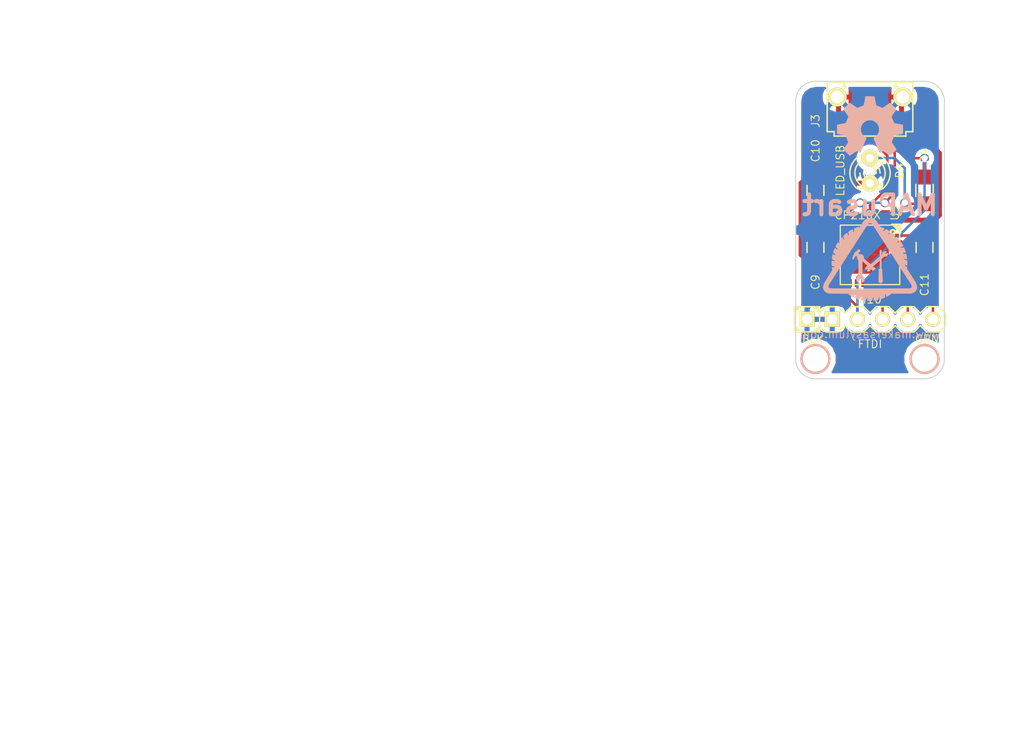
<source format=kicad_pcb>
(kicad_pcb (version 4) (host pcbnew "(2014-11-14 BZR 5284)-product")

  (general
    (links 29)
    (no_connects 0)
    (area 29.605 22.15 133.928572 95.17)
    (thickness 1.6)
    (drawings 13)
    (tracks 103)
    (zones 0)
    (modules 12)
    (nets 22)
  )

  (page A4)
  (title_block
    (title "MAPone - Bare Bones Arduino")
    (rev v1)
    (company "Maker's Asylum : www.github.com/MakersAsylumIndia")
  )

  (layers
    (0 F.Cu signal)
    (31 B.Cu signal)
    (32 B.Adhes user)
    (33 F.Adhes user)
    (34 B.Paste user)
    (35 F.Paste user)
    (36 B.SilkS user)
    (37 F.SilkS user)
    (38 B.Mask user)
    (39 F.Mask user)
    (40 Dwgs.User user)
    (41 Cmts.User user)
    (42 Eco1.User user)
    (43 Eco2.User user)
    (44 Edge.Cuts user)
    (45 Margin user)
    (46 B.CrtYd user)
    (47 F.CrtYd user)
    (48 B.Fab user)
    (49 F.Fab user)
  )

  (setup
    (last_trace_width 0.25)
    (user_trace_width 0.25)
    (user_trace_width 0.4)
    (user_trace_width 0.5)
    (user_trace_width 0.6)
    (trace_clearance 0.25)
    (zone_clearance 0.508)
    (zone_45_only no)
    (trace_min 0.22)
    (segment_width 0.2)
    (edge_width 0.1)
    (via_size 0.9)
    (via_drill 0.635)
    (via_min_size 0.9)
    (via_min_drill 0.5)
    (uvia_size 0.5)
    (uvia_drill 0.127)
    (uvias_allowed no)
    (uvia_min_size 0.5)
    (uvia_min_drill 0.127)
    (pcb_text_width 0.3)
    (pcb_text_size 1.5 1.5)
    (mod_edge_width 0.15)
    (mod_text_size 0.8 0.8)
    (mod_text_width 0.1)
    (pad_size 1.524 1.524)
    (pad_drill 1.016)
    (pad_to_mask_clearance 0)
    (aux_axis_origin 0 0)
    (visible_elements 7FFFFF7F)
    (pcbplotparams
      (layerselection 0x011f0_80000001)
      (usegerberextensions false)
      (excludeedgelayer false)
      (linewidth 0.100000)
      (plotframeref true)
      (viasonmask false)
      (mode 1)
      (useauxorigin false)
      (hpglpennumber 1)
      (hpglpenspeed 20)
      (hpglpendiameter 15)
      (hpglpenoverlay 2)
      (psnegative false)
      (psa4output false)
      (plotreference true)
      (plotvalue true)
      (plotinvisibletext false)
      (padsonsilk false)
      (subtractmaskfromsilk true)
      (outputformat 1)
      (mirror false)
      (drillshape 0)
      (scaleselection 1)
      (outputdirectory /home/anool/projects-git/MAPone/kicad/gerber/))
  )

  (net 0 "")
  (net 1 GND)
  (net 2 /USB_UART/5V)
  (net 3 /USB_UART/3V3)
  (net 4 /USB_UART/RST)
  (net 5 "Net-(C11-Pad2)")
  (net 6 "Net-(D4-Pad1)")
  (net 7 /USB_UART/RXD)
  (net 8 /USB_UART/TXD)
  (net 9 /USB_UART/D+)
  (net 10 /USB_UART/D-)
  (net 11 "Net-(J3-Pad4)")
  (net 12 "Net-(P5-Pad1)")
  (net 13 "Net-(P6-Pad1)")
  (net 14 "Net-(U3-Pad2)")
  (net 15 "Net-(U3-Pad9)")
  (net 16 "Net-(U3-Pad11)")
  (net 17 "Net-(U3-Pad12)")
  (net 18 "Net-(U3-Pad1)")
  (net 19 /USB_UART/CTS)
  (net 20 /USB_UART/RTS)
  (net 21 "Net-(U3-Pad27)")

  (net_class Default "This is the default net class."
    (clearance 0.25)
    (trace_width 0.25)
    (via_dia 0.9)
    (via_drill 0.635)
    (uvia_dia 0.5)
    (uvia_drill 0.127)
    (add_net /USB_UART/3V3)
    (add_net /USB_UART/5V)
    (add_net /USB_UART/CTS)
    (add_net /USB_UART/D+)
    (add_net /USB_UART/D-)
    (add_net /USB_UART/RST)
    (add_net /USB_UART/RTS)
    (add_net /USB_UART/RXD)
    (add_net /USB_UART/TXD)
    (add_net "Net-(C11-Pad2)")
    (add_net "Net-(D4-Pad1)")
    (add_net "Net-(J3-Pad4)")
    (add_net "Net-(P5-Pad1)")
    (add_net "Net-(P6-Pad1)")
    (add_net "Net-(U3-Pad1)")
    (add_net "Net-(U3-Pad11)")
    (add_net "Net-(U3-Pad12)")
    (add_net "Net-(U3-Pad2)")
    (add_net "Net-(U3-Pad27)")
    (add_net "Net-(U3-Pad9)")
  )

  (net_class 0.40 ""
    (clearance 0.25)
    (trace_width 0.4)
    (via_dia 0.9)
    (via_drill 0.635)
    (uvia_dia 0.5)
    (uvia_drill 0.127)
  )

  (net_class 0.50 ""
    (clearance 0.25)
    (trace_width 0.5)
    (via_dia 0.9)
    (via_drill 0.635)
    (uvia_dia 0.5)
    (uvia_drill 0.127)
    (add_net GND)
  )

  (net_class 0.60 ""
    (clearance 0.25)
    (trace_width 0.6)
    (via_dia 0.9)
    (via_drill 0.635)
    (uvia_dia 0.5)
    (uvia_drill 0.127)
  )

  (module MAPone.pretty:C_0805_HandSoldering (layer F.Cu) (tedit 547C0D84) (tstamp 547B663F)
    (at 112 46.75 270)
    (descr "Capacitor SMD 0805, hand soldering")
    (tags "capacitor 0805")
    (path /547AF343/547B4489)
    (attr smd)
    (fp_text reference C9 (at 3.5 0 270) (layer F.SilkS)
      (effects (font (size 0.8 0.8) (thickness 0.1)))
    )
    (fp_text value 100n (at 0 2.1 270) (layer F.SilkS) hide
      (effects (font (size 0.8 0.8) (thickness 0.1)))
    )
    (fp_line (start -2.3 -1) (end 2.3 -1) (layer F.CrtYd) (width 0.05))
    (fp_line (start -2.3 1) (end 2.3 1) (layer F.CrtYd) (width 0.05))
    (fp_line (start -2.3 -1) (end -2.3 1) (layer F.CrtYd) (width 0.05))
    (fp_line (start 2.3 -1) (end 2.3 1) (layer F.CrtYd) (width 0.05))
    (fp_line (start 0.5 -0.85) (end -0.5 -0.85) (layer F.SilkS) (width 0.15))
    (fp_line (start -0.5 0.85) (end 0.5 0.85) (layer F.SilkS) (width 0.15))
    (pad 1 smd rect (at -1.25 0 270) (size 1.5 1.25) (layers F.Cu F.Paste F.Mask)
      (net 2 /USB_UART/5V))
    (pad 2 smd rect (at 1.25 0 270) (size 1.5 1.25) (layers F.Cu F.Paste F.Mask)
      (net 1 GND))
    (model /home/anool/projects-git/MAPone/kicad/MAPone_3D/C_0805N.wrl
      (at (xyz 0 0 0))
      (scale (xyz 1 1 1))
      (rotate (xyz 0 0 0))
    )
  )

  (module MAPone.pretty:C_0805_HandSoldering (layer F.Cu) (tedit 547C0CC7) (tstamp 547B6645)
    (at 112 41 90)
    (descr "Capacitor SMD 0805, hand soldering")
    (tags "capacitor 0805")
    (path /547AF343/547B4424)
    (attr smd)
    (fp_text reference C10 (at 4 0 90) (layer F.SilkS)
      (effects (font (size 0.8 0.8) (thickness 0.1)))
    )
    (fp_text value 100n (at 0 2.1 90) (layer F.SilkS) hide
      (effects (font (size 0.8 0.8) (thickness 0.1)))
    )
    (fp_line (start -2.3 -1) (end 2.3 -1) (layer F.CrtYd) (width 0.05))
    (fp_line (start -2.3 1) (end 2.3 1) (layer F.CrtYd) (width 0.05))
    (fp_line (start -2.3 -1) (end -2.3 1) (layer F.CrtYd) (width 0.05))
    (fp_line (start 2.3 -1) (end 2.3 1) (layer F.CrtYd) (width 0.05))
    (fp_line (start 0.5 -0.85) (end -0.5 -0.85) (layer F.SilkS) (width 0.15))
    (fp_line (start -0.5 0.85) (end 0.5 0.85) (layer F.SilkS) (width 0.15))
    (pad 1 smd rect (at -1.25 0 90) (size 1.5 1.25) (layers F.Cu F.Paste F.Mask)
      (net 3 /USB_UART/3V3))
    (pad 2 smd rect (at 1.25 0 90) (size 1.5 1.25) (layers F.Cu F.Paste F.Mask)
      (net 1 GND))
    (model /home/anool/projects-git/MAPone/kicad/MAPone_3D/C_0805N.wrl
      (at (xyz 0 0 0))
      (scale (xyz 1 1 1))
      (rotate (xyz 0 0 0))
    )
  )

  (module MAPone.pretty:C_0805_HandSoldering (layer F.Cu) (tedit 547C0D7F) (tstamp 547B664B)
    (at 123 46.75 270)
    (descr "Capacitor SMD 0805, hand soldering")
    (tags "capacitor 0805")
    (path /547AF343/547B59C5)
    (attr smd)
    (fp_text reference C11 (at 3.75 0 270) (layer F.SilkS)
      (effects (font (size 0.8 0.8) (thickness 0.1)))
    )
    (fp_text value 100n (at 0 2.1 270) (layer F.SilkS) hide
      (effects (font (size 0.8 0.8) (thickness 0.1)))
    )
    (fp_line (start -2.3 -1) (end 2.3 -1) (layer F.CrtYd) (width 0.05))
    (fp_line (start -2.3 1) (end 2.3 1) (layer F.CrtYd) (width 0.05))
    (fp_line (start -2.3 -1) (end -2.3 1) (layer F.CrtYd) (width 0.05))
    (fp_line (start 2.3 -1) (end 2.3 1) (layer F.CrtYd) (width 0.05))
    (fp_line (start 0.5 -0.85) (end -0.5 -0.85) (layer F.SilkS) (width 0.15))
    (fp_line (start -0.5 0.85) (end 0.5 0.85) (layer F.SilkS) (width 0.15))
    (pad 1 smd rect (at -1.25 0 270) (size 1.5 1.25) (layers F.Cu F.Paste F.Mask)
      (net 4 /USB_UART/RST))
    (pad 2 smd rect (at 1.25 0 270) (size 1.5 1.25) (layers F.Cu F.Paste F.Mask)
      (net 5 "Net-(C11-Pad2)"))
    (model /home/anool/projects-git/MAPone/kicad/MAPone_3D/C_0805N.wrl
      (at (xyz 0 0 0))
      (scale (xyz 1 1 1))
      (rotate (xyz 0 0 0))
    )
  )

  (module MAPone.pretty:LED-3MM (layer F.Cu) (tedit 547C0D15) (tstamp 547B6651)
    (at 117.5 39 270)
    (descr "LED 3mm - Lead pitch 100mil (2,54mm)")
    (tags "LED led 3mm 3MM 100mil 2,54mm")
    (path /547AF343/547B4A40)
    (fp_text reference D4 (at 0 -3 270) (layer F.SilkS)
      (effects (font (size 0.8 0.8) (thickness 0.1)))
    )
    (fp_text value LED_USB (at 0 3 270) (layer F.SilkS)
      (effects (font (size 0.8 0.8) (thickness 0.1)))
    )
    (fp_line (start 1.8288 1.27) (end 1.8288 -1.27) (layer F.SilkS) (width 0.15))
    (fp_arc (start 0.254 0) (end -1.27 0) (angle 39.8) (layer F.SilkS) (width 0.15))
    (fp_arc (start 0.254 0) (end -0.88392 1.01092) (angle 41.6) (layer F.SilkS) (width 0.15))
    (fp_arc (start 0.254 0) (end 1.4097 -0.9906) (angle 40.6) (layer F.SilkS) (width 0.15))
    (fp_arc (start 0.254 0) (end 1.778 0) (angle 39.8) (layer F.SilkS) (width 0.15))
    (fp_arc (start 0.254 0) (end 0.254 -1.524) (angle 54.4) (layer F.SilkS) (width 0.15))
    (fp_arc (start 0.254 0) (end -0.9652 -0.9144) (angle 53.1) (layer F.SilkS) (width 0.15))
    (fp_arc (start 0.254 0) (end 1.45542 0.93472) (angle 52.1) (layer F.SilkS) (width 0.15))
    (fp_arc (start 0.254 0) (end 0.254 1.524) (angle 52.1) (layer F.SilkS) (width 0.15))
    (fp_arc (start 0.254 0) (end -0.381 0) (angle 90) (layer F.SilkS) (width 0.15))
    (fp_arc (start 0.254 0) (end -0.762 0) (angle 90) (layer F.SilkS) (width 0.15))
    (fp_arc (start 0.254 0) (end 0.889 0) (angle 90) (layer F.SilkS) (width 0.15))
    (fp_arc (start 0.254 0) (end 1.27 0) (angle 90) (layer F.SilkS) (width 0.15))
    (fp_arc (start 0.254 0) (end 0.254 -2.032) (angle 50.1) (layer F.SilkS) (width 0.15))
    (fp_arc (start 0.254 0) (end -1.5367 -0.95504) (angle 61.9) (layer F.SilkS) (width 0.15))
    (fp_arc (start 0.254 0) (end 1.8034 1.31064) (angle 49.7) (layer F.SilkS) (width 0.15))
    (fp_arc (start 0.254 0) (end 0.254 2.032) (angle 60.2) (layer F.SilkS) (width 0.15))
    (fp_arc (start 0.254 0) (end -1.778 0) (angle 28.3) (layer F.SilkS) (width 0.15))
    (fp_arc (start 0.254 0) (end -1.47574 1.06426) (angle 31.6) (layer F.SilkS) (width 0.15))
    (pad 1 thru_hole circle (at -1.27 0 270) (size 1.6764 1.6764) (drill 0.8128) (layers *.Cu *.Mask F.SilkS)
      (net 6 "Net-(D4-Pad1)"))
    (pad 2 thru_hole circle (at 1.27 0 270) (size 1.6764 1.6764) (drill 0.8128) (layers *.Cu *.Mask F.SilkS)
      (net 1 GND))
    (model /home/anool/projects-git/MAPone/kicad/MAPone_3D/led3_vertical_amarelo.wrl
      (at (xyz 0 0 0))
      (scale (xyz 1 1 1))
      (rotate (xyz 0 0 0))
    )
  )

  (module MAPone.pretty:Header_FTDI (layer F.Cu) (tedit 547C28DE) (tstamp 547B665B)
    (at 117.5 54)
    (descr "Connecteur 6 pins")
    (tags "CONN DEV")
    (path /547AF343/547B59CC)
    (attr smd)
    (fp_text reference H10 (at 0 -2) (layer F.SilkS)
      (effects (font (size 0.8 0.8) (thickness 0.1)))
    )
    (fp_text value FTDI (at 0 2.5) (layer F.SilkS)
      (effects (font (size 0.8 0.8) (thickness 0.1)))
    )
    (fp_text user GRN (at 5.75 2) (layer F.SilkS)
      (effects (font (size 0.8 0.8) (thickness 0.1)))
    )
    (fp_text user BLK (at -5.75 2) (layer F.SilkS)
      (effects (font (size 0.8 0.8) (thickness 0.1)))
    )
    (fp_line (start -5.461 -1.2065) (end -5.461 -1.0795) (layer F.SilkS) (width 0.1524))
    (fp_line (start -5.334 -1.2065) (end -5.334 -0.9525) (layer F.SilkS) (width 0.1524))
    (fp_line (start -5.207 -1.2065) (end -5.207 -0.8255) (layer F.SilkS) (width 0.1524))
    (fp_line (start -7.239 -1.2065) (end -7.239 -1.0795) (layer F.SilkS) (width 0.1524))
    (fp_line (start -7.366 -1.2065) (end -7.366 -0.9525) (layer F.SilkS) (width 0.1524))
    (fp_line (start -7.493 -1.2065) (end -7.493 -0.8255) (layer F.SilkS) (width 0.1524))
    (fp_line (start -7.239 1.2065) (end -7.239 1.0795) (layer F.SilkS) (width 0.1524))
    (fp_line (start -7.366 1.2065) (end -7.366 0.9525) (layer F.SilkS) (width 0.1524))
    (fp_line (start -7.493 1.2065) (end -7.493 0.8255) (layer F.SilkS) (width 0.1524))
    (fp_line (start -5.461 1.2065) (end -5.461 1.0795) (layer F.SilkS) (width 0.1524))
    (fp_line (start -5.334 1.2065) (end -5.334 1.016) (layer F.SilkS) (width 0.1524))
    (fp_line (start -5.207 1.2065) (end -5.207 0.8255) (layer F.SilkS) (width 0.1524))
    (fp_line (start -5.715 -1.27) (end -5.1435 -1.27) (layer F.SilkS) (width 0.1524))
    (fp_line (start -5.1435 -1.27) (end -5.08 -1.27) (layer F.SilkS) (width 0.1524))
    (fp_line (start -5.08 -1.27) (end -5.08 -0.6985) (layer F.SilkS) (width 0.1524))
    (fp_line (start -7.62 -0.635) (end -7.62 -1.27) (layer F.SilkS) (width 0.1524))
    (fp_line (start -7.62 -1.27) (end -6.985 -1.27) (layer F.SilkS) (width 0.1524))
    (fp_line (start -5.08 0.635) (end -5.08 1.27) (layer F.SilkS) (width 0.1524))
    (fp_line (start -5.08 1.27) (end -5.715 1.27) (layer F.SilkS) (width 0.1524))
    (fp_line (start -7.62 0.635) (end -7.62 1.27) (layer F.SilkS) (width 0.1524))
    (fp_line (start -7.62 1.27) (end -6.985 1.27) (layer F.SilkS) (width 0.1524))
    (fp_line (start -5.08 -0.635) (end -5.08 0.635) (layer F.SilkS) (width 0.1524))
    (fp_line (start -7.62 -0.635) (end -7.62 0.635) (layer F.SilkS) (width 0.1524))
    (fp_line (start -7.62 0.635) (end -6.985 1.27) (layer F.SilkS) (width 0.1524))
    (fp_line (start -6.985 1.27) (end -5.715 1.27) (layer F.SilkS) (width 0.1524))
    (fp_line (start -5.715 1.27) (end -5.08 0.635) (layer F.SilkS) (width 0.1524))
    (fp_line (start -5.08 0.635) (end -4.445 1.27) (layer F.SilkS) (width 0.1524))
    (fp_line (start -4.445 1.27) (end -3.175 1.27) (layer F.SilkS) (width 0.1524))
    (fp_line (start -3.175 1.27) (end -2.54 0.635) (layer F.SilkS) (width 0.1524))
    (fp_line (start -2.54 0.635) (end -1.905 1.27) (layer F.SilkS) (width 0.1524))
    (fp_line (start -1.905 1.27) (end -0.635 1.27) (layer F.SilkS) (width 0.1524))
    (fp_line (start -0.635 1.27) (end 0 0.635) (layer F.SilkS) (width 0.1524))
    (fp_line (start 0 0.635) (end 0.635 1.27) (layer F.SilkS) (width 0.1524))
    (fp_line (start 0.635 1.27) (end 1.905 1.27) (layer F.SilkS) (width 0.1524))
    (fp_line (start 1.905 1.27) (end 2.54 0.635) (layer F.SilkS) (width 0.1524))
    (fp_line (start 2.54 0.635) (end 3.175 1.27) (layer F.SilkS) (width 0.1524))
    (fp_line (start 3.175 1.27) (end 4.445 1.27) (layer F.SilkS) (width 0.1524))
    (fp_line (start 4.445 1.27) (end 5.08 0.635) (layer F.SilkS) (width 0.1524))
    (fp_line (start 5.08 0.635) (end 5.715 1.27) (layer F.SilkS) (width 0.1524))
    (fp_line (start 5.715 1.27) (end 6.985 1.27) (layer F.SilkS) (width 0.1524))
    (fp_line (start 6.985 1.27) (end 7.62 0.635) (layer F.SilkS) (width 0.1524))
    (fp_line (start 7.62 0.635) (end 7.62 -0.635) (layer F.SilkS) (width 0.1524))
    (fp_line (start 7.62 -0.635) (end 6.985 -1.27) (layer F.SilkS) (width 0.1524))
    (fp_line (start 6.985 -1.27) (end 5.715 -1.27) (layer F.SilkS) (width 0.1524))
    (fp_line (start 5.715 -1.27) (end 5.08 -0.635) (layer F.SilkS) (width 0.1524))
    (fp_line (start 5.08 -0.635) (end 4.445 -1.27) (layer F.SilkS) (width 0.1524))
    (fp_line (start 4.445 -1.27) (end 3.175 -1.27) (layer F.SilkS) (width 0.1524))
    (fp_line (start 3.175 -1.27) (end 2.54 -0.635) (layer F.SilkS) (width 0.1524))
    (fp_line (start 2.54 -0.635) (end 1.905 -1.27) (layer F.SilkS) (width 0.1524))
    (fp_line (start 1.905 -1.27) (end 0.635 -1.27) (layer F.SilkS) (width 0.1524))
    (fp_line (start 0.635 -1.27) (end 0 -0.635) (layer F.SilkS) (width 0.1524))
    (fp_line (start 0 -0.635) (end -0.635 -1.27) (layer F.SilkS) (width 0.1524))
    (fp_line (start -0.635 -1.27) (end -1.905 -1.27) (layer F.SilkS) (width 0.1524))
    (fp_line (start -1.905 -1.27) (end -2.54 -0.635) (layer F.SilkS) (width 0.1524))
    (fp_line (start -2.54 -0.635) (end -3.175 -1.27) (layer F.SilkS) (width 0.1524))
    (fp_line (start -3.175 -1.27) (end -4.445 -1.27) (layer F.SilkS) (width 0.1524))
    (fp_line (start -4.445 -1.27) (end -5.08 -0.635) (layer F.SilkS) (width 0.1524))
    (fp_line (start -5.08 -0.635) (end -5.715 -1.27) (layer F.SilkS) (width 0.1524))
    (fp_line (start -5.715 -1.27) (end -6.985 -1.27) (layer F.SilkS) (width 0.1524))
    (fp_line (start -6.985 -1.27) (end -7.62 -0.635) (layer F.SilkS) (width 0.1524))
    (pad 1 thru_hole rect (at -6.35 0) (size 1.524 1.524) (drill 1.016) (layers *.Cu *.Mask F.SilkS)
      (net 1 GND))
    (pad 2 thru_hole rect (at -3.81 0) (size 1.524 1.524) (drill 1.016) (layers *.Cu *.Mask F.SilkS)
      (net 1 GND))
    (pad 3 thru_hole circle (at -1.27 0) (size 1.524 1.524) (drill 1.016) (layers *.Cu *.Mask F.SilkS)
      (net 2 /USB_UART/5V))
    (pad 4 thru_hole circle (at 1.27 0) (size 1.524 1.524) (drill 1.016) (layers *.Cu *.Mask F.SilkS)
      (net 7 /USB_UART/RXD))
    (pad 5 thru_hole circle (at 3.81 0) (size 1.524 1.524) (drill 1.016) (layers *.Cu *.Mask F.SilkS)
      (net 8 /USB_UART/TXD))
    (pad 6 thru_hole circle (at 6.35 0) (size 1.524 1.524) (drill 1.016) (layers *.Cu *.Mask F.SilkS)
      (net 5 "Net-(C11-Pad2)"))
    (model /home/anool/projects-git/MAPone/kicad/MAPone_3D/Pin_Header_Straight_1x06.wrl
      (at (xyz 0 0 0))
      (scale (xyz 1 1 1))
      (rotate (xyz 0 0 0))
    )
  )

  (module MAPone.pretty:USB_B_Micro (layer F.Cu) (tedit 547C0D4C) (tstamp 547B666A)
    (at 117.5 34.25 270)
    (path /547AF343/547B4117)
    (attr smd)
    (fp_text reference J3 (at -0.25 5.5 270) (layer F.SilkS)
      (effects (font (size 0.8 0.8) (thickness 0.1)))
    )
    (fp_text value USB-Micro (at -1.25 0 360) (layer F.SilkS) hide
      (effects (font (size 0.8 0.8) (thickness 0.1)))
    )
    (fp_line (start 1.27 0) (end 1.27 3.6195) (layer F.SilkS) (width 0.1524))
    (fp_line (start 1.27 3.6195) (end 0.8255 3.6195) (layer F.SilkS) (width 0.1524))
    (fp_line (start 1.27 -3.6195) (end 0.8255 -3.6195) (layer F.SilkS) (width 0.1524))
    (fp_line (start 1.27 0) (end 1.27 -3.6195) (layer F.SilkS) (width 0.1524))
    (fp_line (start 0.8255 -3.6195) (end 0.8255 -4.318) (layer F.SilkS) (width 0.1524))
    (fp_line (start 0.8255 -4.318) (end -4.191 -4.318) (layer F.SilkS) (width 0.1524))
    (fp_line (start -4.191 -4.318) (end -4.191 0) (layer F.SilkS) (width 0.1524))
    (fp_line (start -4.191 0) (end -4.191 4.318) (layer F.SilkS) (width 0.1524))
    (fp_line (start -4.191 4.318) (end 0.8255 4.318) (layer F.SilkS) (width 0.1524))
    (fp_line (start 0.8255 4.318) (end 0.8255 3.6195) (layer F.SilkS) (width 0.1524))
    (fp_line (start -3.6195 2.6035) (end -4.0005 2.6035) (layer F.SilkS) (width 0.1524))
    (fp_line (start -3.6195 -2.6035) (end -4.0005 -2.6035) (layer F.SilkS) (width 0.1524))
    (fp_line (start -3.6195 -2.6035) (end -3.6195 -2.794) (layer F.SilkS) (width 0.1524))
    (fp_line (start -3.6195 -2.794) (end -4.0005 -2.6035) (layer F.SilkS) (width 0.1524))
    (fp_line (start -4.0005 -2.6035) (end -3.6195 -2.413) (layer F.SilkS) (width 0.1524))
    (fp_line (start -3.6195 -2.413) (end -3.6195 -2.6035) (layer F.SilkS) (width 0.1524))
    (fp_line (start -3.6195 2.413) (end -3.6195 2.794) (layer F.SilkS) (width 0.1524))
    (fp_line (start -3.6195 2.794) (end -4.0005 2.6035) (layer F.SilkS) (width 0.1524))
    (fp_line (start -4.0005 2.6035) (end -3.6195 2.413) (layer F.SilkS) (width 0.1524))
    (pad 3 smd rect (at 0 0 270) (size 1.3716 0.4064) (layers F.Cu F.Paste F.Mask)
      (net 9 /USB_UART/D+) (clearance 0.2032))
    (pad 4 smd rect (at 0 0.65024 270) (size 1.3716 0.4064) (layers F.Cu F.Paste F.Mask)
      (net 11 "Net-(J3-Pad4)") (clearance 0.2032))
    (pad 5 smd rect (at 0 1.30048 270) (size 1.3716 0.4064) (layers F.Cu F.Paste F.Mask)
      (net 1 GND) (clearance 0.2032))
    (pad 2 smd rect (at 0 -0.65024 270) (size 1.3716 0.4064) (layers F.Cu F.Paste F.Mask)
      (net 10 /USB_UART/D-) (clearance 0.2032))
    (pad 1 smd rect (at 0 -1.30048 270) (size 1.3716 0.4064) (layers F.Cu F.Paste F.Mask)
      (net 2 /USB_UART/5V) (clearance 0.2032))
    (pad T1 smd rect (at -0.254 -3.175 270) (size 1.4224 1.6002) (layers F.Cu F.Paste F.Mask)
      (net 1 GND))
    (pad T2 smd rect (at -0.254 3.175 270) (size 1.4224 1.6002) (layers F.Cu F.Paste F.Mask)
      (net 1 GND))
    (pad T3 smd rect (at -2.667 -1.2065 270) (size 1.905 1.905) (layers F.Cu F.Paste F.Mask)
      (net 1 GND) (clearance 0.2032))
    (pad T4 smd rect (at -2.667 1.2065 270) (size 1.905 1.905) (layers F.Cu F.Paste F.Mask)
      (net 1 GND) (clearance 0.2032))
    (pad T5 thru_hole circle (at -2.667 -3.302 270) (size 1.905 1.905) (drill 1.27) (layers *.Cu *.Paste *.Mask F.SilkS)
      (net 1 GND) (clearance 0.2032))
    (pad T6 thru_hole circle (at -2.667 3.302 270) (size 1.905 1.905) (drill 1.27) (layers *.Cu *.Paste *.Mask F.SilkS)
      (net 1 GND) (clearance 0.2032))
    (model /home/anool/projects-git/MAPone/kicad/MAPone_3D/usb_B_micro_smd.wrl
      (at (xyz -0.1 0 0))
      (scale (xyz 1 1 1))
      (rotate (xyz 0 0 90))
    )
  )

  (module MAPone.pretty:R_0805_HandSoldering (layer F.Cu) (tedit 547C0CCE) (tstamp 547B6670)
    (at 123 41 270)
    (descr "Resistor SMD 0805, hand soldering")
    (tags "resistor 0805")
    (path /547AF343/547B49C9)
    (attr smd)
    (fp_text reference R4 (at -3.5 0 270) (layer F.SilkS)
      (effects (font (size 0.8 0.8) (thickness 0.1)))
    )
    (fp_text value 300E (at 0 2.1 270) (layer F.SilkS) hide
      (effects (font (size 0.8 0.8) (thickness 0.1)))
    )
    (fp_line (start -2.4 -1) (end 2.4 -1) (layer F.CrtYd) (width 0.05))
    (fp_line (start -2.4 1) (end 2.4 1) (layer F.CrtYd) (width 0.05))
    (fp_line (start -2.4 -1) (end -2.4 1) (layer F.CrtYd) (width 0.05))
    (fp_line (start 2.4 -1) (end 2.4 1) (layer F.CrtYd) (width 0.05))
    (fp_line (start 0.6 0.875) (end -0.6 0.875) (layer F.SilkS) (width 0.15))
    (fp_line (start -0.6 -0.875) (end 0.6 -0.875) (layer F.SilkS) (width 0.15))
    (pad 1 smd rect (at -1.35 0 270) (size 1.5 1.3) (layers F.Cu F.Paste F.Mask)
      (net 2 /USB_UART/5V))
    (pad 2 smd rect (at 1.35 0 270) (size 1.5 1.3) (layers F.Cu F.Paste F.Mask)
      (net 6 "Net-(D4-Pad1)"))
    (model /home/anool/projects-git/MAPone/kicad/MAPone_3D/R_0805.wrl
      (at (xyz 0 0 0))
      (scale (xyz 1 1 1))
      (rotate (xyz 0 0 0))
    )
  )

  (module MAPone.pretty:qfn-28 (layer F.Cu) (tedit 547C0CE5) (tstamp 547B66A5)
    (at 117.5 47.5 180)
    (descr "Plastic QFP, Microchip QFN-28")
    (path /547AF343/547B0876)
    (fp_text reference U3 (at -2.5 4.25 270) (layer F.SilkS)
      (effects (font (size 0.8 0.8) (thickness 0.1)))
    )
    (fp_text value CP210X (at 1.25 4 180) (layer F.SilkS)
      (effects (font (size 0.8 0.8) (thickness 0.1)))
    )
    (fp_line (start -3.0988 2.19964) (end -2.19964 3.0988) (layer F.SilkS) (width 0.127))
    (fp_line (start -2.19964 3.0988) (end -3.0988 3.0988) (layer F.SilkS) (width 0.127))
    (fp_line (start -3.0988 3.0988) (end -3.0988 2.19964) (layer F.SilkS) (width 0.127))
    (fp_line (start -2.4003 2.99974) (end -2.99974 2.4003) (layer F.SilkS) (width 0.127))
    (fp_line (start -2.99974 2.4003) (end -2.99974 2.49936) (layer F.SilkS) (width 0.127))
    (fp_line (start -2.99974 2.49936) (end -2.49936 2.99974) (layer F.SilkS) (width 0.127))
    (fp_line (start -2.49936 2.99974) (end -2.60096 2.99974) (layer F.SilkS) (width 0.127))
    (fp_line (start -2.60096 2.99974) (end -2.99974 2.60096) (layer F.SilkS) (width 0.127))
    (fp_line (start -2.99974 2.60096) (end -2.99974 2.70002) (layer F.SilkS) (width 0.127))
    (fp_line (start -2.99974 2.70002) (end -2.70002 2.99974) (layer F.SilkS) (width 0.127))
    (fp_line (start -2.70002 2.99974) (end -2.79908 2.99974) (layer F.SilkS) (width 0.127))
    (fp_line (start -2.79908 2.99974) (end -2.99974 2.79908) (layer F.SilkS) (width 0.127))
    (fp_line (start -2.99974 -2.99974) (end 2.99974 -2.99974) (layer F.SilkS) (width 0.127))
    (fp_line (start 2.99974 -2.99974) (end 2.99974 2.99974) (layer F.SilkS) (width 0.127))
    (fp_line (start 2.99974 2.99974) (end -2.99974 2.99974) (layer F.SilkS) (width 0.127))
    (fp_line (start -2.99974 2.99974) (end -2.99974 -2.99974) (layer F.SilkS) (width 0.127))
    (fp_circle (center -2.30124 2.2987) (end -2.10312 2.4003) (layer F.SilkS) (width 0.20066))
    (pad 2 smd rect (at -1.30048 2.84988 180) (size 0.35052 0.8001) (layers F.Cu F.Paste F.Mask)
      (net 14 "Net-(U3-Pad2)") (solder_mask_margin 0.07112) (clearance 0.1))
    (pad 3 smd rect (at -0.65024 2.84988 180) (size 0.35052 0.8001) (layers F.Cu F.Paste F.Mask)
      (net 1 GND) (solder_mask_margin 0.07112) (clearance 0.1))
    (pad 4 smd rect (at 0 2.84988 180) (size 0.35052 0.8001) (layers F.Cu F.Paste F.Mask)
      (net 9 /USB_UART/D+) (solder_mask_margin 0.07112) (clearance 0.1))
    (pad 5 smd rect (at 0.65024 2.84988 180) (size 0.35052 0.8001) (layers F.Cu F.Paste F.Mask)
      (net 10 /USB_UART/D-) (solder_mask_margin 0.07112) (clearance 0.1))
    (pad 8 smd rect (at 2.85242 1.95072 180) (size 0.8001 0.35052) (layers F.Cu F.Paste F.Mask)
      (net 2 /USB_UART/5V) (solder_mask_margin 0.07112) (clearance 0.1))
    (pad 9 smd rect (at 2.85242 1.30048 180) (size 0.8001 0.35052) (layers F.Cu F.Paste F.Mask)
      (net 15 "Net-(U3-Pad9)") (solder_mask_margin 0.07112) (clearance 0.1))
    (pad 10 smd rect (at 2.85242 0.65024 180) (size 0.8001 0.35052) (layers F.Cu F.Paste F.Mask)
      (solder_mask_margin 0.07112) (clearance 0.1))
    (pad 11 smd rect (at 2.85242 0 180) (size 0.8001 0.35052) (layers F.Cu F.Paste F.Mask)
      (net 16 "Net-(U3-Pad11)") (solder_mask_margin 0.07112) (clearance 0.1))
    (pad 12 smd rect (at 2.85242 -0.65024 180) (size 0.8001 0.35052) (layers F.Cu F.Paste F.Mask)
      (net 17 "Net-(U3-Pad12)") (solder_mask_margin 0.07112) (clearance 0.1))
    (pad 13 smd rect (at 2.85242 -1.30048 180) (size 0.8001 0.35052) (layers F.Cu F.Paste F.Mask)
      (solder_mask_margin 0.07112) (clearance 0.1))
    (pad 14 smd rect (at 2.85242 -1.95072 180) (size 0.8001 0.35052) (layers F.Cu F.Paste F.Mask)
      (solder_mask_margin 0.07112) (clearance 0.1))
    (pad 1 smd rect (at -1.95072 2.84988 180) (size 0.35052 0.8001) (layers F.Cu F.Paste F.Mask)
      (net 18 "Net-(U3-Pad1)") (solder_mask_margin 0.07112) (clearance 0.1))
    (pad 29 smd rect (at 0.94996 0.94996 180) (size 1.89992 1.89992) (layers F.Cu F.Paste F.Mask)
      (net 1 GND) (solder_mask_margin 0.07112) (solder_paste_margin -0.09906))
    (pad 29 smd rect (at -0.94996 0.94996 180) (size 1.89992 1.89992) (layers F.Cu F.Paste F.Mask)
      (net 1 GND) (solder_mask_margin 0.07112) (solder_paste_margin -0.09906))
    (pad 29 smd rect (at -0.94996 -0.94996 180) (size 1.89992 1.89992) (layers F.Cu F.Paste F.Mask)
      (net 1 GND) (solder_mask_margin 0.07112) (solder_paste_margin -0.09906))
    (pad 29 smd rect (at 0.94996 -0.94996 180) (size 1.89992 1.89992) (layers F.Cu F.Paste F.Mask)
      (net 1 GND) (solder_mask_margin 0.07112) (solder_paste_margin -0.09906))
    (pad 15 smd rect (at 2.00152 -2.85242 180) (size 0.35052 0.8001) (layers F.Cu F.Paste F.Mask)
      (solder_mask_margin 0.07112) (clearance 0.1))
    (pad 16 smd rect (at 1.35128 -2.85242 180) (size 0.35052 0.8001) (layers F.Cu F.Paste F.Mask)
      (solder_mask_margin 0.07112) (clearance 0.1))
    (pad 17 smd rect (at 0.70104 -2.85242 180) (size 0.35052 0.8001) (layers F.Cu F.Paste F.Mask)
      (solder_mask_margin 0.07112) (clearance 0.1))
    (pad 18 smd rect (at 0 -2.85242 180) (size 0.35052 0.8001) (layers F.Cu F.Paste F.Mask)
      (solder_mask_margin 0.07112) (clearance 0.1))
    (pad 19 smd rect (at -0.59944 -2.85242 180) (size 0.35052 0.8001) (layers F.Cu F.Paste F.Mask)
      (solder_mask_margin 0.07112) (clearance 0.1))
    (pad 20 smd rect (at -1.24968 -2.85242 180) (size 0.35052 0.8001) (layers F.Cu F.Paste F.Mask)
      (solder_mask_margin 0.07112) (clearance 0.1))
    (pad 21 smd rect (at -1.89992 -2.85242 180) (size 0.35052 0.8001) (layers F.Cu F.Paste F.Mask)
      (solder_mask_margin 0.07112) (clearance 0.1))
    (pad 22 smd rect (at -2.84988 -1.95072 180) (size 0.8001 0.35052) (layers F.Cu F.Paste F.Mask)
      (solder_mask_margin 0.07112) (clearance 0.1))
    (pad 23 smd rect (at -2.84988 -1.30048 180) (size 0.8001 0.35052) (layers F.Cu F.Paste F.Mask)
      (net 19 /USB_UART/CTS) (solder_mask_margin 0.07112) (clearance 0.1))
    (pad 24 smd rect (at -2.84988 -0.65024 180) (size 0.8001 0.35052) (layers F.Cu F.Paste F.Mask)
      (net 20 /USB_UART/RTS) (solder_mask_margin 0.07112) (clearance 0.1))
    (pad 25 smd rect (at -2.84988 0 180) (size 0.8001 0.35052) (layers F.Cu F.Paste F.Mask)
      (net 7 /USB_UART/RXD) (solder_mask_margin 0.07112) (clearance 0.1))
    (pad 26 smd rect (at -2.84988 0.65024 180) (size 0.8001 0.35052) (layers F.Cu F.Paste F.Mask)
      (net 8 /USB_UART/TXD) (solder_mask_margin 0.07112) (clearance 0.1))
    (pad 27 smd rect (at -2.84988 1.30048 180) (size 0.8001 0.35052) (layers F.Cu F.Paste F.Mask)
      (net 21 "Net-(U3-Pad27)") (solder_mask_margin 0.07112) (clearance 0.1))
    (pad 28 smd rect (at -2.84988 1.95072 180) (size 0.8001 0.35052) (layers F.Cu F.Paste F.Mask)
      (net 4 /USB_UART/RST) (solder_mask_margin 0.07112) (clearance 0.1))
    (pad 6 smd rect (at 1.30048 2.84988 180) (size 0.35052 0.8001) (layers F.Cu F.Paste F.Mask)
      (net 3 /USB_UART/3V3) (solder_mask_margin 0.07112) (clearance 0.1))
    (pad 7 smd rect (at 1.95072 2.84988 180) (size 0.35052 0.8001) (layers F.Cu F.Paste F.Mask)
      (net 2 /USB_UART/5V) (solder_mask_margin 0.07112) (clearance 0.1))
    (model /home/anool/projects-git/MAPone/kicad/MAPone_3D/QFN28.wrl
      (at (xyz 0 0 0))
      (scale (xyz 1 1 1))
      (rotate (xyz 0 0 -90))
    )
  )

  (module MAPone.pretty:vite_3mm (layer F.Cu) (tedit 4F5B3BD6) (tstamp 547C1B07)
    (at 123 58)
    (descr "vite 2,5mm")
    (path /547AF343/547C2D72)
    (attr smd)
    (fp_text reference P5 (at 0 1.0795) (layer F.SilkS) hide
      (effects (font (size 0.8 0.8) (thickness 0.1)))
    )
    (fp_text value CONN_1 (at 0.0635 -0.381) (layer F.SilkS) hide
      (effects (font (size 0.8 0.8) (thickness 0.1)))
    )
    (pad 1 thru_hole circle (at 0 0) (size 3.048 3.048) (drill 2.54) (layers *.Cu *.SilkS *.Mask)
      (net 12 "Net-(P5-Pad1)"))
    (model BADGER_v41_lib/BADGER_3D/vite_2mm5.wrl
      (at (xyz 0 0 0))
      (scale (xyz 1 1 1))
      (rotate (xyz 0 0 0))
    )
  )

  (module MAPone.pretty:vite_3mm (layer F.Cu) (tedit 4F5B3BD6) (tstamp 547C1B0C)
    (at 112 58)
    (descr "vite 2,5mm")
    (path /547AF343/547C2D6B)
    (attr smd)
    (fp_text reference P6 (at 0 1.0795) (layer F.SilkS) hide
      (effects (font (size 0.8 0.8) (thickness 0.1)))
    )
    (fp_text value CONN_1 (at 0.0635 -0.381) (layer F.SilkS) hide
      (effects (font (size 0.8 0.8) (thickness 0.1)))
    )
    (pad 1 thru_hole circle (at 0 0) (size 3.048 3.048) (drill 2.54) (layers *.Cu *.SilkS *.Mask)
      (net 13 "Net-(P6-Pad1)"))
    (model BADGER_v41_lib/BADGER_3D/vite_2mm5.wrl
      (at (xyz 0 0 0))
      (scale (xyz 1 1 1))
      (rotate (xyz 0 0 0))
    )
  )

  (module MAPone.pretty:MA_Logo2 (layer B.Cu) (tedit 547C280C) (tstamp 547C20AA)
    (at 117.5 48 180)
    (path /547C2250)
    (fp_text reference Z3 (at 0 0 180) (layer B.SilkS) hide
      (effects (font (size 0.8 0.8) (thickness 0.1)) (justify mirror))
    )
    (fp_text value CONN_1 (at 0.75 0 180) (layer B.SilkS) hide
      (effects (font (size 0.8 0.8) (thickness 0.1)) (justify mirror))
    )
    (fp_poly (pts (xy 4.680783 -2.764956) (xy 4.679173 -2.819615) (xy 4.674602 -2.868527) (xy 4.668588 -2.901456)
      (xy 4.64141 -2.984012) (xy 4.602365 -3.059183) (xy 4.551739 -3.126753) (xy 4.489816 -3.186509)
      (xy 4.416882 -3.238235) (xy 4.333223 -3.281717) (xy 4.239125 -3.316742) (xy 4.236534 -3.317396)
      (xy 4.236534 -2.676792) (xy 4.234074 -2.651491) (xy 4.229732 -2.626656) (xy 4.223267 -2.598109)
      (xy 4.214439 -2.569582) (xy 4.202387 -2.539378) (xy 4.186248 -2.505795) (xy 4.165158 -2.467135)
      (xy 4.138254 -2.421698) (xy 4.104674 -2.367783) (xy 4.073807 -2.319551) (xy 4.045924 -2.276327)
      (xy 4.019306 -2.235052) (xy 3.995315 -2.197841) (xy 3.975314 -2.166804) (xy 3.960663 -2.144056)
      (xy 3.954392 -2.134305) (xy 3.944676 -2.119191) (xy 3.928542 -2.094112) (xy 3.907214 -2.060966)
      (xy 3.881914 -2.021654) (xy 3.853863 -1.978074) (xy 3.824285 -1.932127) (xy 3.820448 -1.926167)
      (xy 3.790319 -1.879358) (xy 3.761164 -1.834046) (xy 3.734293 -1.792268) (xy 3.711019 -1.756065)
      (xy 3.692652 -1.727475) (xy 3.680504 -1.708537) (xy 3.679804 -1.707444) (xy 3.659069 -1.675083)
      (xy 3.63177 -1.632522) (xy 3.598978 -1.581428) (xy 3.561764 -1.523468) (xy 3.521199 -1.460309)
      (xy 3.478354 -1.393619) (xy 3.434301 -1.325064) (xy 3.39011 -1.256311) (xy 3.346852 -1.189028)
      (xy 3.3056 -1.124882) (xy 3.267423 -1.065539) (xy 3.2385 -1.0206) (xy 3.204001 -0.967)
      (xy 3.169496 -0.913367) (xy 3.136332 -0.861801) (xy 3.105859 -0.814399) (xy 3.079427 -0.773262)
      (xy 3.058385 -0.740487) (xy 3.048 -0.724292) (xy 3.022605 -0.684744) (xy 2.994128 -0.640535)
      (xy 2.966299 -0.59745) (xy 2.945694 -0.565653) (xy 2.922163 -0.529368) (xy 2.896873 -0.490291)
      (xy 2.873217 -0.453667) (xy 2.857975 -0.43001) (xy 2.837959 -0.39897) (xy 2.817368 -0.367169)
      (xy 2.799612 -0.33987) (xy 2.794046 -0.331357) (xy 2.780117 -0.309638) (xy 2.769096 -0.291608)
      (xy 2.763776 -0.281968) (xy 2.758724 -0.273344) (xy 2.747058 -0.254703) (xy 2.729913 -0.22782)
      (xy 2.708428 -0.194468) (xy 2.683736 -0.156423) (xy 2.666838 -0.130528) (xy 2.638142 -0.086587)
      (xy 2.609529 -0.042675) (xy 2.582734 -0.001464) (xy 2.559495 0.034374) (xy 2.541547 0.062168)
      (xy 2.53616 0.070556) (xy 2.502593 0.12293) (xy 2.462255 0.185803) (xy 2.41602 0.257816)
      (xy 2.364763 0.337608) (xy 2.309359 0.423817) (xy 2.250681 0.515084) (xy 2.189605 0.610047)
      (xy 2.127005 0.707346) (xy 2.063755 0.805621) (xy 2.060042 0.811389) (xy 2.022894 0.869108)
      (xy 1.980129 0.935575) (xy 1.933759 1.007662) (xy 1.885794 1.082245) (xy 1.838243 1.156198)
      (xy 1.793117 1.226395) (xy 1.760558 1.277056) (xy 1.71804 1.343217) (xy 1.67257 1.413969)
      (xy 1.625235 1.487617) (xy 1.577127 1.562466) (xy 1.529333 1.63682) (xy 1.482946 1.708985)
      (xy 1.439052 1.777265) (xy 1.398744 1.839965) (xy 1.363109 1.895391) (xy 1.333239 1.941846)
      (xy 1.316097 1.9685) (xy 1.304735 1.98616) (xy 1.286987 2.013738) (xy 1.264103 2.049291)
      (xy 1.237336 2.090874) (xy 1.207938 2.13654) (xy 1.177162 2.184346) (xy 1.168496 2.197806)
      (xy 1.119553 2.273835) (xy 1.068205 2.353618) (xy 1.015153 2.436067) (xy 0.961093 2.520094)
      (xy 0.906727 2.604612) (xy 0.852753 2.688534) (xy 0.79987 2.770772) (xy 0.748777 2.850239)
      (xy 0.700174 2.925847) (xy 0.654759 2.99651) (xy 0.613231 3.061139) (xy 0.57629 3.118647)
      (xy 0.544636 3.167947) (xy 0.518966 3.207952) (xy 0.49998 3.237573) (xy 0.494871 3.245556)
      (xy 0.476522 3.274245) (xy 0.4592 3.301329) (xy 0.445516 3.322725) (xy 0.440722 3.330222)
      (xy 0.392832 3.404663) (xy 0.351761 3.467516) (xy 0.317133 3.519333) (xy 0.288571 3.560662)
      (xy 0.265698 3.592057) (xy 0.248136 3.614066) (xy 0.24104 3.62192) (xy 0.18527 3.671322)
      (xy 0.126009 3.707518) (xy 0.063794 3.730257) (xy -0.000839 3.739288) (xy -0.010696 3.739445)
      (xy -0.043986 3.738398) (xy -0.072101 3.734423) (xy -0.099885 3.726263) (xy -0.132185 3.712663)
      (xy -0.153607 3.702421) (xy -0.175497 3.690901) (xy -0.196037 3.678039) (xy -0.216063 3.662801)
      (xy -0.236409 3.64415) (xy -0.257909 3.621052) (xy -0.281397 3.592473) (xy -0.307709 3.557376)
      (xy -0.337677 3.514728) (xy -0.372138 3.463493) (xy -0.411924 3.402636) (xy -0.457871 3.331121)
      (xy -0.476571 3.301799) (xy -0.501168 3.263267) (xy -0.53122 3.216341) (xy -0.564514 3.16447)
      (xy -0.598833 3.111102) (xy -0.631963 3.059689) (xy -0.645221 3.039151) (xy -0.672272 2.997236)
      (xy -0.705339 2.945942) (xy -0.742814 2.887766) (xy -0.783092 2.825205) (xy -0.824563 2.760753)
      (xy -0.865622 2.696909) (xy -0.903111 2.63858) (xy -0.937141 2.585618) (xy -0.970315 2.533992)
      (xy -1.00333 2.48262) (xy -1.036882 2.43042) (xy -1.071665 2.37631) (xy -1.108377 2.319207)
      (xy -1.147713 2.25803) (xy -1.190368 2.191696) (xy -1.237039 2.119124) (xy -1.288421 2.039231)
      (xy -1.345209 1.950935) (xy -1.408101 1.853155) (xy -1.47779 1.744807) (xy -1.492746 1.721556)
      (xy -1.5346 1.656486) (xy -1.581775 1.583141) (xy -1.631961 1.505116) (xy -1.682845 1.426004)
      (xy -1.732117 1.349399) (xy -1.777464 1.278895) (xy -1.799068 1.245306) (xy -1.838641 1.183784)
      (xy -1.880952 1.118012) (xy -1.924204 1.050785) (xy -1.966599 0.984895) (xy -2.006341 0.923136)
      (xy -2.041632 0.868302) (xy -2.064642 0.832556) (xy -2.094762 0.78575) (xy -2.123897 0.74044)
      (xy -2.150738 0.698664) (xy -2.173975 0.662461) (xy -2.1923 0.633871) (xy -2.204402 0.614931)
      (xy -2.205101 0.613833) (xy -2.215907 0.596928) (xy -2.233231 0.569927) (xy -2.255938 0.534595)
      (xy -2.282894 0.492694) (xy -2.312966 0.445985) (xy -2.345019 0.396233) (xy -2.368484 0.359833)
      (xy -2.417764 0.283375) (xy -2.472787 0.19795) (xy -2.531679 0.106473) (xy -2.592567 0.011856)
      (xy -2.653574 -0.082987) (xy -2.712829 -0.175145) (xy -2.768455 -0.261705) (xy -2.797495 -0.306917)
      (xy -2.810649 -0.327361) (xy -2.830136 -0.357596) (xy -2.854625 -0.395562) (xy -2.882789 -0.439198)
      (xy -2.913299 -0.486447) (xy -2.944824 -0.535247) (xy -2.953219 -0.548238) (xy -2.983642 -0.595354)
      (xy -3.012364 -0.639911) (xy -3.038277 -0.680181) (xy -3.060271 -0.714439) (xy -3.077236 -0.740958)
      (xy -3.088063 -0.758011) (xy -3.090333 -0.761643) (xy -3.101903 -0.780118) (xy -3.118437 -0.806221)
      (xy -3.137251 -0.835723) (xy -3.14764 -0.851932) (xy -3.196475 -0.927945) (xy -3.250926 -1.012663)
      (xy -3.308966 -1.102932) (xy -3.368566 -1.195598) (xy -3.427696 -1.287506) (xy -3.484328 -1.375502)
      (xy -3.536433 -1.456431) (xy -3.536781 -1.456972) (xy -3.567973 -1.505412) (xy -3.597355 -1.55105)
      (xy -3.623889 -1.592273) (xy -3.646534 -1.627464) (xy -3.664253 -1.65501) (xy -3.676005 -1.673295)
      (xy -3.679806 -1.679222) (xy -3.688238 -1.692348) (xy -3.704157 -1.717072) (xy -3.727398 -1.753136)
      (xy -3.757793 -1.800282) (xy -3.795177 -1.858253) (xy -3.839384 -1.926792) (xy -3.890248 -2.005639)
      (xy -3.947602 -2.094539) (xy -3.968706 -2.12725) (xy -4.020776 -2.208119) (xy -4.067079 -2.280378)
      (xy -4.107295 -2.343515) (xy -4.1411 -2.39702) (xy -4.168172 -2.440383) (xy -4.188189 -2.473092)
      (xy -4.200828 -2.494637) (xy -4.202499 -2.497667) (xy -4.229476 -2.556178) (xy -4.245189 -2.612971)
      (xy -4.250899 -2.672822) (xy -4.250972 -2.681111) (xy -4.250271 -2.713643) (xy -4.247434 -2.737607)
      (xy -4.241362 -2.758508) (xy -4.230955 -2.781849) (xy -4.230779 -2.782208) (xy -4.216121 -2.808277)
      (xy -4.19937 -2.832622) (xy -4.188191 -2.845708) (xy -4.160179 -2.86822) (xy -4.123194 -2.890328)
      (xy -4.0822 -2.909439) (xy -4.042165 -2.922961) (xy -4.03836 -2.923918) (xy -4.028114 -2.924696)
      (xy -4.004245 -2.925449) (xy -3.967241 -2.926176) (xy -3.917591 -2.926877) (xy -3.855782 -2.927551)
      (xy -3.782303 -2.928199) (xy -3.697642 -2.928821) (xy -3.602286 -2.929416) (xy -3.496725 -2.929985)
      (xy -3.381446 -2.930528) (xy -3.256937 -2.931044) (xy -3.123687 -2.931533) (xy -2.982183 -2.931996)
      (xy -2.832914 -2.932433) (xy -2.676368 -2.932842) (xy -2.513034 -2.933225) (xy -2.343398 -2.933581)
      (xy -2.16795 -2.933911) (xy -1.987177 -2.934213) (xy -1.801568 -2.934489) (xy -1.611611 -2.934737)
      (xy -1.417794 -2.934959) (xy -1.220605 -2.935153) (xy -1.020532 -2.93532) (xy -0.818064 -2.935461)
      (xy -0.613688 -2.935574) (xy -0.407893 -2.935659) (xy -0.201166 -2.935718) (xy 0.006003 -2.935749)
      (xy 0.213127 -2.935753) (xy 0.419718 -2.935729) (xy 0.625288 -2.935678) (xy 0.829347 -2.935599)
      (xy 1.03141 -2.935493) (xy 1.230986 -2.935359) (xy 1.427588 -2.935197) (xy 1.620729 -2.935008)
      (xy 1.809919 -2.934791) (xy 1.99467 -2.934546) (xy 2.174495 -2.934273) (xy 2.348905 -2.933972)
      (xy 2.517413 -2.933644) (xy 2.679529 -2.933287) (xy 2.834766 -2.932902) (xy 2.982636 -2.932489)
      (xy 3.12265 -2.932048) (xy 3.254321 -2.931579) (xy 3.37716 -2.931082) (xy 3.490679 -2.930556)
      (xy 3.59439 -2.930002) (xy 3.687805 -2.92942) (xy 3.770436 -2.928809) (xy 3.841794 -2.92817)
      (xy 3.901391 -2.927502) (xy 3.94874 -2.926806) (xy 3.983352 -2.926081) (xy 4.004739 -2.925327)
      (xy 4.012029 -2.924696) (xy 4.077507 -2.904428) (xy 4.131047 -2.87708) (xy 4.173189 -2.842162)
      (xy 4.204474 -2.799185) (xy 4.225442 -2.74766) (xy 4.230659 -2.72649) (xy 4.235377 -2.699674)
      (xy 4.236534 -2.676792) (xy 4.236534 -3.317396) (xy 4.134872 -3.343093) (xy 4.064536 -3.355085)
      (xy 4.05238 -3.356561) (xy 4.037322 -3.357895) (xy 4.018661 -3.359094) (xy 3.995699 -3.360165)
      (xy 3.967736 -3.361115) (xy 3.934073 -3.36195) (xy 3.89401 -3.362678) (xy 3.846849 -3.363304)
      (xy 3.79189 -3.363836) (xy 3.728434 -3.36428) (xy 3.655782 -3.364643) (xy 3.573234 -3.364932)
      (xy 3.480091 -3.365154) (xy 3.375655 -3.365315) (xy 3.259226 -3.365421) (xy 3.130103 -3.365481)
      (xy 2.98759 -3.3655) (xy 2.983272 -3.3655) (xy 2.865228 -3.365538) (xy 2.75111 -3.365648)
      (xy 2.641709 -3.365827) (xy 2.537815 -3.366071) (xy 2.440219 -3.366374) (xy 2.34971 -3.366732)
      (xy 2.267079 -3.367142) (xy 2.193117 -3.367598) (xy 2.128614 -3.368098) (xy 2.074361 -3.368635)
      (xy 2.031147 -3.369206) (xy 1.999763 -3.369807) (xy 1.981 -3.370433) (xy 1.975555 -3.371005)
      (xy 1.980675 -3.377419) (xy 1.994596 -3.390747) (xy 2.015163 -3.409011) (xy 2.038993 -3.429214)
      (xy 2.063881 -3.450261) (xy 2.084194 -3.468147) (xy 2.09778 -3.480927) (xy 2.102493 -3.486577)
      (xy 2.096609 -3.49301) (xy 2.080111 -3.504965) (xy 2.054866 -3.521381) (xy 2.022742 -3.541194)
      (xy 1.985604 -3.563342) (xy 1.94532 -3.586763) (xy 1.903757 -3.610392) (xy 1.862781 -3.633169)
      (xy 1.824259 -3.65403) (xy 1.790058 -3.671912) (xy 1.762044 -3.685752) (xy 1.742084 -3.694489)
      (xy 1.732671 -3.697111) (xy 1.724453 -3.692438) (xy 1.707905 -3.679434) (xy 1.684799 -3.659619)
      (xy 1.656908 -3.634516) (xy 1.626003 -3.605645) (xy 1.624814 -3.604514) (xy 1.580693 -3.563525)
      (xy 1.544561 -3.532388) (xy 1.51518 -3.510278) (xy 1.491309 -3.496373) (xy 1.471712 -3.489848)
      (xy 1.455147 -3.489879) (xy 1.453088 -3.490338) (xy 1.420783 -3.505476) (xy 1.394421 -3.532625)
      (xy 1.383156 -3.55192) (xy 1.374432 -3.571123) (xy 1.371804 -3.583771) (xy 1.375015 -3.595911)
      (xy 1.380786 -3.607707) (xy 1.389891 -3.62211) (xy 1.406073 -3.64451) (xy 1.427266 -3.67216)
      (xy 1.4514 -3.702314) (xy 1.458736 -3.711233) (xy 1.481895 -3.739529) (xy 1.501437 -3.764016)
      (xy 1.515761 -3.782639) (xy 1.523266 -3.793344) (xy 1.524 -3.794962) (xy 1.517633 -3.799587)
      (xy 1.499873 -3.807905) (xy 1.472728 -3.819196) (xy 1.438208 -3.832737) (xy 1.398322 -3.847808)
      (xy 1.355078 -3.863688) (xy 1.310487 -3.879654) (xy 1.266556 -3.894987) (xy 1.225296 -3.908964)
      (xy 1.188715 -3.920865) (xy 1.158822 -3.929968) (xy 1.137627 -3.935551) (xy 1.128341 -3.937)
      (xy 1.118635 -3.931104) (xy 1.101582 -3.913388) (xy 1.077143 -3.883807) (xy 1.04528 -3.842317)
      (xy 1.03209 -3.824598) (xy 0.996392 -3.777421) (xy 0.966926 -3.74116) (xy 0.942546 -3.714706)
      (xy 0.922106 -3.696946) (xy 0.90446 -3.68677) (xy 0.88846 -3.683066) (xy 0.885994 -3.683)
      (xy 0.868698 -3.687151) (xy 0.846208 -3.697641) (xy 0.823955 -3.711529) (xy 0.807861 -3.725323)
      (xy 0.797345 -3.744234) (xy 0.794063 -3.771577) (xy 0.794072 -3.773699) (xy 0.795246 -3.788898)
      (xy 0.79921 -3.804744) (xy 0.807095 -3.823861) (xy 0.820033 -3.848874) (xy 0.839151 -3.882407)
      (xy 0.845705 -3.893576) (xy 0.867986 -3.931452) (xy 0.883831 -3.958909) (xy 0.89392 -3.977711)
      (xy 0.898934 -3.989624) (xy 0.899554 -3.996412) (xy 0.896461 -3.99984) (xy 0.890337 -4.001673)
      (xy 0.887645 -4.002255) (xy 0.830342 -4.014338) (xy 0.771968 -4.025863) (xy 0.714287 -4.036552)
      (xy 0.659063 -4.046128) (xy 0.608061 -4.054312) (xy 0.563047 -4.060827) (xy 0.525784 -4.065395)
      (xy 0.498037 -4.067739) (xy 0.48157 -4.067581) (xy 0.478383 -4.066666) (xy 0.473584 -4.059527)
      (xy 0.463658 -4.041803) (xy 0.449712 -4.01557) (xy 0.432849 -3.982904) (xy 0.415713 -3.948959)
      (xy 0.390757 -3.899624) (xy 0.370606 -3.861486) (xy 0.35417 -3.832922) (xy 0.340357 -3.812308)
      (xy 0.328079 -3.798021) (xy 0.316244 -3.788437) (xy 0.303762 -3.781933) (xy 0.303453 -3.781804)
      (xy 0.275943 -3.777405) (xy 0.246146 -3.783568) (xy 0.21811 -3.798245) (xy 0.195883 -3.81939)
      (xy 0.184239 -3.842091) (xy 0.182212 -3.854239) (xy 0.182943 -3.869078) (xy 0.186965 -3.888636)
      (xy 0.194809 -3.914941) (xy 0.20701 -3.950022) (xy 0.224098 -3.995906) (xy 0.225843 -4.0005)
      (xy 0.235831 -4.025704) (xy 0.243623 -4.04563) (xy 0.247964 -4.060905) (xy 0.247596 -4.072157)
      (xy 0.241265 -4.080013) (xy 0.227713 -4.085102) (xy 0.205684 -4.08805) (xy 0.173922 -4.089486)
      (xy 0.131171 -4.090038) (xy 0.076174 -4.090333) (xy 0.045588 -4.090562) (xy -0.01754 -4.090989)
      (xy -0.06783 -4.090967) (xy -0.106551 -4.090453) (xy -0.134972 -4.089407) (xy -0.154359 -4.087787)
      (xy -0.165982 -4.085552) (xy -0.170293 -4.083507) (xy -0.177493 -4.072715) (xy -0.186486 -4.05233)
      (xy -0.195521 -4.026415) (xy -0.19696 -4.021667) (xy -0.205359 -3.993723) (xy -0.213007 -3.969009)
      (xy -0.218397 -3.952379) (xy -0.218837 -3.951111) (xy -0.223775 -3.935801) (xy -0.231043 -3.91178)
      (xy -0.239168 -3.883926) (xy -0.240132 -3.880555) (xy -0.249237 -3.851599) (xy -0.259037 -3.825071)
      (xy -0.267519 -3.806384) (xy -0.268066 -3.805415) (xy -0.274525 -3.791999) (xy -0.277562 -3.777595)
      (xy -0.277544 -3.757929) (xy -0.274838 -3.728727) (xy -0.274736 -3.727804) (xy -0.265643 -3.645593)
      (xy -0.257803 -3.573292) (xy -0.251288 -3.511607) (xy -0.24617 -3.461246) (xy -0.242522 -3.422917)
      (xy -0.240416 -3.397327) (xy -0.239889 -3.386516) (xy -0.240458 -3.374869) (xy -0.244386 -3.368591)
      (xy -0.255004 -3.366022) (xy -0.275644 -3.365503) (xy -0.282088 -3.3655) (xy -0.302491 -3.365652)
      (xy -0.315923 -3.367767) (xy -0.324146 -3.374329) (xy -0.328925 -3.387822) (xy -0.332023 -3.410733)
      (xy -0.334663 -3.439583) (xy -0.337255 -3.466523) (xy -0.340828 -3.50127) (xy -0.344737 -3.537611)
      (xy -0.345997 -3.548944) (xy -0.352945 -3.611157) (xy -0.358359 -3.660333) (xy -0.362342 -3.697451)
      (xy -0.364998 -3.72349) (xy -0.366431 -3.739429) (xy -0.366764 -3.745252) (xy -0.371758 -3.754843)
      (xy -0.384467 -3.769557) (xy -0.395899 -3.78053) (xy -0.413479 -3.798112) (xy -0.426772 -3.814763)
      (xy -0.431003 -3.82235) (xy -0.432454 -3.837528) (xy -0.430382 -3.866102) (xy -0.424814 -3.90781)
      (xy -0.418368 -3.947498) (xy -0.412274 -3.985161) (xy -0.407665 -4.017873) (xy -0.404838 -4.043144)
      (xy -0.404089 -4.058485) (xy -0.404736 -4.061865) (xy -0.413733 -4.063017) (xy -0.434431 -4.06182)
      (xy -0.464671 -4.058578) (xy -0.502295 -4.053595) (xy -0.545143 -4.047173) (xy -0.591058 -4.039616)
      (xy -0.63788 -4.031228) (xy -0.677333 -4.023559) (xy -0.713103 -4.016413) (xy -0.745829 -4.010052)
      (xy -0.771954 -4.005154) (xy -0.787923 -4.0024) (xy -0.788211 -4.002357) (xy -0.80646 -3.997279)
      (xy -0.818587 -3.989745) (xy -0.818618 -3.989708) (xy -0.821921 -3.97991) (xy -0.826254 -3.958561)
      (xy -0.831206 -3.928145) (xy -0.836365 -3.89115) (xy -0.840403 -3.858159) (xy -0.846681 -3.805099)
      (xy -0.852094 -3.764107) (xy -0.857135 -3.733203) (xy -0.862294 -3.710411) (xy -0.868064 -3.693751)
      (xy -0.874937 -3.681245) (xy -0.883403 -3.670916) (xy -0.8881 -3.666223) (xy -0.916352 -3.648022)
      (xy -0.9482 -3.642194) (xy -0.980892 -3.648513) (xy -1.011674 -3.666751) (xy -1.022851 -3.67735)
      (xy -1.028158 -3.684044) (xy -1.031969 -3.692467) (xy -1.034528 -3.704889) (xy -1.036081 -3.723584)
      (xy -1.036872 -3.750822) (xy -1.037147 -3.788875) (xy -1.037167 -3.810154) (xy -1.03738 -3.849421)
      (xy -1.037971 -3.883567) (xy -1.038865 -3.910178) (xy -1.039987 -3.92684) (xy -1.040899 -3.931325)
      (xy -1.04833 -3.930242) (xy -1.066854 -3.925176) (xy -1.094258 -3.916842) (xy -1.128329 -3.905956)
      (xy -1.166853 -3.893232) (xy -1.207618 -3.879387) (xy -1.24841 -3.865136) (xy -1.273528 -3.856126)
      (xy -1.303726 -3.844771) (xy -1.337485 -3.831446) (xy -1.371992 -3.817338) (xy -1.404437 -3.803634)
      (xy -1.432005 -3.791521) (xy -1.451887 -3.782184) (xy -1.46108 -3.776978) (xy -1.467296 -3.768759)
      (xy -1.469316 -3.75564) (xy -1.467589 -3.733645) (xy -1.466731 -3.727075) (xy -1.464676 -3.705725)
      (xy -1.462677 -3.673855) (xy -1.460912 -3.635058) (xy -1.459557 -3.592923) (xy -1.459096 -3.572058)
      (xy -1.456972 -3.457588) (xy -1.480039 -3.434474) (xy -1.49479 -3.421194) (xy -1.50862 -3.414266)
      (xy -1.527165 -3.411674) (xy -1.544734 -3.411361) (xy -1.570779 -3.412479) (xy -1.58805 -3.416836)
      (xy -1.601776 -3.425932) (xy -1.604689 -3.428577) (xy -1.619419 -3.447821) (xy -1.629545 -3.470379)
      (xy -1.62969 -3.470911) (xy -1.634211 -3.490128) (xy -1.639953 -3.517635) (xy -1.646283 -3.550003)
      (xy -1.652571 -3.583803) (xy -1.658186 -3.615608) (xy -1.662497 -3.641989) (xy -1.664874 -3.659517)
      (xy -1.665144 -3.663597) (xy -1.66935 -3.67405) (xy -1.674131 -3.675944) (xy -1.68419 -3.672507)
      (xy -1.704062 -3.662911) (xy -1.731914 -3.648232) (xy -1.765913 -3.629544) (xy -1.804225 -3.607921)
      (xy -1.845017 -3.584437) (xy -1.886456 -3.560169) (xy -1.926707 -3.536189) (xy -1.963938 -3.513572)
      (xy -1.996316 -3.493394) (xy -2.022006 -3.476728) (xy -2.039176 -3.464649) (xy -2.045992 -3.458232)
      (xy -2.046035 -3.457975) (xy -2.0441 -3.449297) (xy -2.039236 -3.431805) (xy -2.035452 -3.419059)
      (xy -2.029375 -3.397273) (xy -2.025581 -3.380293) (xy -2.024945 -3.374962) (xy -2.026843 -3.373616)
      (xy -2.032959 -3.372399) (xy -2.043921 -3.371304) (xy -2.06036 -3.370327) (xy -2.082905 -3.36946)
      (xy -2.112185 -3.368697) (xy -2.148831 -3.368034) (xy -2.193473 -3.367463) (xy -2.24674 -3.366978)
      (xy -2.309261 -3.366575) (xy -2.381667 -3.366245) (xy -2.464587 -3.365985) (xy -2.558651 -3.365787)
      (xy -2.664488 -3.365646) (xy -2.782729 -3.365555) (xy -2.914003 -3.365509) (xy -3.01574 -3.3655)
      (xy -3.156712 -3.365491) (xy -3.284334 -3.365452) (xy -3.399367 -3.365368) (xy -3.50257 -3.365221)
      (xy -3.594706 -3.364995) (xy -3.676534 -3.364673) (xy -3.748816 -3.364239) (xy -3.812311 -3.363676)
      (xy -3.867782 -3.362968) (xy -3.915988 -3.362098) (xy -3.95769 -3.361049) (xy -3.993649 -3.359804)
      (xy -4.024626 -3.358348) (xy -4.051382 -3.356664) (xy -4.074677 -3.354735) (xy -4.095272 -3.352544)
      (xy -4.113928 -3.350075) (xy -4.131405 -3.347311) (xy -4.148465 -3.344236) (xy -4.165868 -3.340833)
      (xy -4.168159 -3.340373) (xy -4.26043 -3.316585) (xy -4.347085 -3.283884) (xy -4.426468 -3.243203)
      (xy -4.496924 -3.195475) (xy -4.556796 -3.141635) (xy -4.59043 -3.102259) (xy -4.637335 -3.029028)
      (xy -4.671353 -2.95026) (xy -4.692468 -2.866208) (xy -4.70066 -2.77713) (xy -4.69591 -2.68328)
      (xy -4.678201 -2.584914) (xy -4.647512 -2.482287) (xy -4.637614 -2.455482) (xy -4.626618 -2.427643)
      (xy -4.615172 -2.400776) (xy -4.602537 -2.373588) (xy -4.587971 -2.344787) (xy -4.570732 -2.313078)
      (xy -4.55008 -2.27717) (xy -4.525272 -2.235768) (xy -4.495569 -2.187582) (xy -4.460228 -2.131316)
      (xy -4.418508 -2.065679) (xy -4.376643 -2.00025) (xy -4.358654 -1.972121) (xy -4.334861 -1.934804)
      (xy -4.307004 -1.891037) (xy -4.276824 -1.843556) (xy -4.246064 -1.795098) (xy -4.226275 -1.763889)
      (xy -4.194238 -1.713382) (xy -4.15993 -1.659378) (xy -4.125533 -1.605302) (xy -4.093226 -1.554581)
      (xy -4.065189 -1.510643) (xy -4.05343 -1.49225) (xy -4.028354 -1.453008) (xy -3.997907 -1.40527)
      (xy -3.964269 -1.352461) (xy -3.929621 -1.298004) (xy -3.896143 -1.245325) (xy -3.880454 -1.220611)
      (xy -3.850273 -1.173091) (xy -3.819558 -1.124811) (xy -3.790043 -1.078487) (xy -3.763459 -1.036839)
      (xy -3.741541 -1.002584) (xy -3.730392 -0.985221) (xy -3.681064 -0.908581) (xy -3.686564 -0.854693)
      (xy -3.690725 -0.81576) (xy -3.692899 -0.788008) (xy -3.691553 -0.768513) (xy -3.685156 -0.754352)
      (xy -3.672175 -0.742601) (xy -3.651078 -0.730337) (xy -3.620334 -0.714637) (xy -3.610532 -0.709611)
      (xy -3.527481 -0.66675) (xy -3.474779 -0.584251) (xy -3.455889 -0.553626) (xy -3.440545 -0.526714)
      (xy -3.430043 -0.505948) (xy -3.42568 -0.493766) (xy -3.42576 -0.492156) (xy -3.436169 -0.479888)
      (xy -3.454712 -0.468227) (xy -3.475635 -0.460293) (xy -3.487642 -0.458611) (xy -3.501069 -0.460942)
      (xy -3.524356 -0.46728) (xy -3.554163 -0.47664) (xy -3.585331 -0.487383) (xy -3.631392 -0.503805)
      (xy -3.665741 -0.51571) (xy -3.68986 -0.523581) (xy -3.705232 -0.527905) (xy -3.713121 -0.529167)
      (xy -3.714486 -0.522399) (xy -3.715691 -0.503245) (xy -3.716695 -0.47343) (xy -3.717458 -0.434678)
      (xy -3.71794 -0.388715) (xy -3.7181 -0.337264) (xy -3.718071 -0.31754) (xy -3.717847 -0.256925)
      (xy -3.71748 -0.208911) (xy -3.716883 -0.171991) (xy -3.71597 -0.144654) (xy -3.714653 -0.125392)
      (xy -3.712846 -0.112695) (xy -3.710462 -0.105054) (xy -3.707414 -0.100961) (xy -3.705542 -0.099735)
      (xy -3.695154 -0.095797) (xy -3.673631 -0.088645) (xy -3.643379 -0.079045) (xy -3.606803 -0.067759)
      (xy -3.570111 -0.056689) (xy -3.529211 -0.044178) (xy -3.491852 -0.032196) (xy -3.460621 -0.021616)
      (xy -3.438105 -0.013311) (xy -3.4276 -0.008603) (xy -3.419431 -0.004523) (xy -3.40984 -0.002006)
      (xy -3.396473 -0.001073) (xy -3.376979 -0.001744) (xy -3.349006 -0.00404) (xy -3.3102 -0.00798)
      (xy -3.293544 -0.00976) (xy -3.252383 -0.014233) (xy -3.213998 -0.018485) (xy -3.181538 -0.022163)
      (xy -3.158155 -0.02491) (xy -3.150063 -0.025928) (xy -3.134108 -0.027445) (xy -3.123384 -0.025022)
      (xy -3.114004 -0.016147) (xy -3.102078 0.001693) (xy -3.098555 0.007346) (xy -3.086907 0.028162)
      (xy -3.079841 0.044934) (xy -3.078777 0.052924) (xy -3.087423 0.057848) (xy -3.108026 0.062166)
      (xy -3.138433 0.065438) (xy -3.140868 0.065616) (xy -3.174006 0.0683) (xy -3.211959 0.071902)
      (xy -3.252101 0.07611) (xy -3.291803 0.080612) (xy -3.328439 0.085097) (xy -3.35938 0.089254)
      (xy -3.381999 0.09277) (xy -3.393669 0.095335) (xy -3.394403 0.095671) (xy -3.400314 0.105467)
      (xy -3.400778 0.109419) (xy -3.406734 0.121469) (xy -3.421622 0.134931) (xy -3.440976 0.146796)
      (xy -3.460327 0.154053) (xy -3.468472 0.155016) (xy -3.482788 0.153767) (xy -3.507797 0.150485)
      (xy -3.540305 0.14563) (xy -3.577117 0.139662) (xy -3.58775 0.137856) (xy -3.62346 0.132102)
      (xy -3.654095 0.127873) (xy -3.677036 0.125477) (xy -3.689664 0.125222) (xy -3.691183 0.125715)
      (xy -3.69184 0.134235) (xy -3.69024 0.154348) (xy -3.686728 0.183777) (xy -3.681645 0.220246)
      (xy -3.675336 0.261478) (xy -3.668145 0.305196) (xy -3.660414 0.349123) (xy -3.652488 0.390984)
      (xy -3.647337 0.416278) (xy -3.640478 0.44947) (xy -3.634447 0.479814) (xy -3.630046 0.503219)
      (xy -3.628398 0.513045) (xy -3.623744 0.530685) (xy -3.617142 0.541724) (xy -3.616993 0.541841)
      (xy -3.607017 0.545053) (xy -3.586227 0.549036) (xy -3.557859 0.55324) (xy -3.531306 0.556453)
      (xy -3.470739 0.563238) (xy -3.422592 0.569029) (xy -3.385228 0.574098) (xy -3.357013 0.578717)
      (xy -3.336311 0.583158) (xy -3.321487 0.587693) (xy -3.310906 0.592594) (xy -3.309681 0.593318)
      (xy -3.285844 0.614972) (xy -3.272147 0.642537) (xy -3.268307 0.672823) (xy -3.27404 0.702644)
      (xy -3.289066 0.728812) (xy -3.313099 0.748139) (xy -3.323828 0.752782) (xy -3.340978 0.756197)
      (xy -3.369554 0.758926) (xy -3.406879 0.760787) (xy -3.450277 0.761595) (xy -3.451931 0.761602)
      (xy -3.494795 0.762079) (xy -3.525083 0.763221) (xy -3.544316 0.765162) (xy -3.554019 0.768037)
      (xy -3.555959 0.77082) (xy -3.553625 0.782751) (xy -3.547172 0.805634) (xy -3.537348 0.837176)
      (xy -3.524899 0.875082) (xy -3.510573 0.917058) (xy -3.495116 0.960812) (xy -3.48531 0.987778)
      (xy -3.471557 1.024876) (xy -3.460261 1.054421) (xy -3.449534 1.081042) (xy -3.437487 1.109372)
      (xy -3.422233 1.144041) (xy -3.414748 1.160863) (xy -3.400495 1.192838) (xy -3.367123 1.189023)
      (xy -3.325372 1.184839) (xy -3.280369 1.181324) (xy -3.234821 1.178585) (xy -3.191434 1.176728)
      (xy -3.152917 1.175859) (xy -3.121975 1.176084) (xy -3.101317 1.177509) (xy -3.096629 1.178414)
      (xy -3.066036 1.193269) (xy -3.045572 1.21784) (xy -3.035726 1.251539) (xy -3.035695 1.251805)
      (xy -3.036605 1.288199) (xy -3.047827 1.317044) (xy -3.068698 1.336724) (xy -3.071009 1.337981)
      (xy -3.083293 1.342185) (xy -3.106137 1.348223) (xy -3.136222 1.35538) (xy -3.17023 1.362943)
      (xy -3.204843 1.370196) (xy -3.23674 1.376425) (xy -3.262603 1.380916) (xy -3.279113 1.382955)
      (xy -3.280159 1.382997) (xy -3.289115 1.386414) (xy -3.294221 1.389348) (xy -3.297036 1.3952)
      (xy -3.29506 1.40699) (xy -3.287823 1.425667) (xy -3.274855 1.452179) (xy -3.255684 1.487477)
      (xy -3.229839 1.532509) (xy -3.196851 1.588225) (xy -3.189443 1.600586) (xy -3.160521 1.648649)
      (xy -3.137889 1.685928) (xy -3.12066 1.713791) (xy -3.107948 1.733603) (xy -3.098869 1.746733)
      (xy -3.092535 1.754547) (xy -3.088063 1.758413) (xy -3.086755 1.759094) (xy -3.078027 1.758365)
      (xy -3.057823 1.754563) (xy -3.028321 1.748164) (xy -2.991701 1.739645) (xy -2.950143 1.729482)
      (xy -2.942116 1.727467) (xy -2.895092 1.7157) (xy -2.859534 1.707142) (xy -2.833248 1.701467)
      (xy -2.814039 1.698348) (xy -2.799711 1.697457) (xy -2.788072 1.698467) (xy -2.776926 1.70105)
      (xy -2.772868 1.702226) (xy -2.743551 1.717843) (xy -2.722444 1.743637) (xy -2.711043 1.777374)
      (xy -2.70945 1.79686) (xy -2.712908 1.820894) (xy -2.724531 1.841115) (xy -2.745875 1.858916)
      (xy -2.778497 1.875687) (xy -2.812367 1.888804) (xy -2.859937 1.905712) (xy -2.895749 1.918586)
      (xy -2.921376 1.928019) (xy -2.938391 1.934604) (xy -2.948368 1.938932) (xy -2.95288 1.941597)
      (xy -2.953088 1.941792) (xy -2.950533 1.948731) (xy -2.939887 1.964712) (xy -2.922405 1.988201)
      (xy -2.899341 2.017666) (xy -2.871949 2.051574) (xy -2.841483 2.088393) (xy -2.809197 2.126591)
      (xy -2.776345 2.164634) (xy -2.744182 2.20099) (xy -2.713962 2.234127) (xy -2.713038 2.235121)
      (xy -2.677167 2.273659) (xy -2.645625 2.25953) (xy -2.626235 2.250972) (xy -2.597939 2.238643)
      (xy -2.564808 2.224311) (xy -2.536472 2.212125) (xy -2.503908 2.198068) (xy -2.474247 2.185094)
      (xy -2.450969 2.174735) (xy -2.438374 2.168925) (xy -2.403272 2.158687) (xy -2.369874 2.161052)
      (xy -2.340541 2.174525) (xy -2.317634 2.197613) (xy -2.303514 2.228822) (xy -2.300111 2.256397)
      (xy -2.301469 2.272389) (xy -2.306593 2.286619) (xy -2.317058 2.300559) (xy -2.334439 2.315678)
      (xy -2.360311 2.333447) (xy -2.396248 2.355335) (xy -2.422335 2.370504) (xy -2.453884 2.389286)
      (xy -2.480319 2.40621) (xy -2.499541 2.419838) (xy -2.509449 2.428728) (xy -2.510312 2.430791)
      (xy -2.504131 2.438804) (xy -2.488606 2.454171) (xy -2.465437 2.475463) (xy -2.436324 2.501254)
      (xy -2.402968 2.530115) (xy -2.367069 2.560618) (xy -2.330327 2.591334) (xy -2.294444 2.620836)
      (xy -2.26112 2.647696) (xy -2.232055 2.670486) (xy -2.208949 2.687777) (xy -2.193504 2.698141)
      (xy -2.189596 2.70013) (xy -2.181379 2.697396) (xy -2.163531 2.687858) (xy -2.138054 2.672705)
      (xy -2.106948 2.653124) (xy -2.073959 2.631472) (xy -2.028397 2.601303) (xy -1.992523 2.578398)
      (xy -1.96454 2.561818) (xy -1.942651 2.550628) (xy -1.925058 2.543892) (xy -1.909964 2.540673)
      (xy -1.898417 2.54) (xy -1.876103 2.546013) (xy -1.852874 2.561708) (xy -1.83281 2.58357)
      (xy -1.820209 2.607405) (xy -1.815338 2.625859) (xy -1.814809 2.642161) (xy -1.819798 2.658179)
      (xy -1.83148 2.675779) (xy -1.851031 2.696828) (xy -1.879625 2.723194) (xy -1.909304 2.748942)
      (xy -1.938586 2.774522) (xy -1.963451 2.797232) (xy -1.982162 2.815403) (xy -1.992978 2.827365)
      (xy -1.994927 2.831137) (xy -1.987804 2.837942) (xy -1.970148 2.850308) (xy -1.943871 2.867143)
      (xy -1.910884 2.887351) (xy -1.873096 2.909839) (xy -1.83242 2.933515) (xy -1.790766 2.957284)
      (xy -1.750045 2.980052) (xy -1.712168 3.000726) (xy -1.679045 3.018212) (xy -1.652588 3.031417)
      (xy -1.634708 3.039247) (xy -1.628331 3.040945) (xy -1.617614 3.036139) (xy -1.60281 3.024112)
      (xy -1.59764 3.018915) (xy -1.58542 3.006638) (xy -1.565095 2.987) (xy -1.538955 2.962181)
      (xy -1.509291 2.934364) (xy -1.49018 2.91661) (xy -1.403443 2.836333) (xy -1.365179 2.836333)
      (xy -1.341268 2.837394) (xy -1.325048 2.842235) (xy -1.310158 2.853345) (xy -1.302325 2.860924)
      (xy -1.281423 2.889154) (xy -1.272158 2.919038) (xy -1.275398 2.947664) (xy -1.276016 2.949296)
      (xy -1.28293 2.960806) (xy -1.297241 2.980575) (xy -1.317109 3.006195) (xy -1.340698 3.035254)
      (xy -1.350936 3.047507) (xy -1.374966 3.076105) (xy -1.395696 3.100939) (xy -1.411448 3.119984)
      (xy -1.420542 3.131219) (xy -1.422033 3.133215) (xy -1.417157 3.137746) (xy -1.400836 3.14603)
      (xy -1.375008 3.157347) (xy -1.341612 3.170976) (xy -1.302586 3.186198) (xy -1.259869 3.202293)
      (xy -1.215399 3.218541) (xy -1.171114 3.234222) (xy -1.128954 3.248616) (xy -1.090856 3.261003)
      (xy -1.058759 3.270664) (xy -1.036086 3.276549) (xy -1.027033 3.280825) (xy -1.016131 3.290851)
      (xy -1.002136 3.308192) (xy -0.983807 3.334409) (xy -0.959901 3.371065) (xy -0.955598 3.37781)
      (xy -0.933381 3.412706) (xy -0.912612 3.445305) (xy -0.895011 3.472907) (xy -0.882303 3.49281)
      (xy -0.877984 3.499556) (xy -0.828123 3.577113) (xy -0.784939 3.643862) (xy -0.747599 3.700938)
      (xy -0.715268 3.749478) (xy -0.687111 3.790618) (xy -0.662294 3.825493) (xy -0.639982 3.855242)
      (xy -0.61934 3.880998) (xy -0.599535 3.9039) (xy -0.579731 3.925083) (xy -0.559093 3.945683)
      (xy -0.536788 3.966836) (xy -0.530423 3.972743) (xy -0.469847 4.023478) (xy -0.402651 4.070554)
      (xy -0.33223 4.112006) (xy -0.261981 4.14587) (xy -0.1953 4.170179) (xy -0.183445 4.17352)
      (xy -0.148061 4.180468) (xy -0.103059 4.185609) (xy -0.052401 4.188845) (xy -0.000052 4.190077)
      (xy 0.050026 4.189207) (xy 0.09387 4.186137) (xy 0.125743 4.181184) (xy 0.222 4.153289)
      (xy 0.312458 4.11441) (xy 0.398272 4.063831) (xy 0.480597 4.000838) (xy 0.560588 3.924716)
      (xy 0.587859 3.895272) (xy 0.612577 3.865533) (xy 0.643665 3.824363) (xy 0.680539 3.772609)
      (xy 0.722617 3.71112) (xy 0.769317 3.640744) (xy 0.820055 3.562329) (xy 0.862124 3.496028)
      (xy 0.888489 3.454267) (xy 0.916745 3.409719) (xy 0.944197 3.366618) (xy 0.968152 3.329198)
      (xy 0.977663 3.314426) (xy 0.996852 3.284574) (xy 1.01369 3.258134) (xy 1.026446 3.237841)
      (xy 1.033388 3.226431) (xy 1.033639 3.225987) (xy 1.045268 3.206166) (xy 1.060719 3.181282)
      (xy 1.078278 3.153916) (xy 1.096234 3.126648) (xy 1.112874 3.102057) (xy 1.126487 3.082724)
      (xy 1.135361 3.071228) (xy 1.137698 3.069167) (xy 1.139573 3.075809) (xy 1.141156 3.09408)
      (xy 1.14232 3.121501) (xy 1.142936 3.155591) (xy 1.143 3.171472) (xy 1.143388 3.207643)
      (xy 1.144457 3.238198) (xy 1.146061 3.260656) (xy 1.148054 3.272538) (xy 1.148983 3.273778)
      (xy 1.159351 3.271485) (xy 1.180612 3.265142) (xy 1.210411 3.255552) (xy 1.24639 3.243516)
      (xy 1.286193 3.229839) (xy 1.327464 3.215321) (xy 1.367845 3.200766) (xy 1.40498 3.186977)
      (xy 1.414639 3.1833) (xy 1.464408 3.164081) (xy 1.502442 3.148998) (xy 1.530266 3.13736)
      (xy 1.549405 3.128478) (xy 1.561383 3.121664) (xy 1.567727 3.116227) (xy 1.569468 3.113327)
      (xy 1.570242 3.103381) (xy 1.56997 3.082227) (xy 1.568748 3.052721) (xy 1.56667 3.01772)
      (xy 1.565995 3.007982) (xy 1.562073 2.950714) (xy 1.559472 2.905657) (xy 1.558212 2.87097)
      (xy 1.558317 2.844811) (xy 1.559812 2.82534) (xy 1.562718 2.810716) (xy 1.567058 2.799099)
      (xy 1.568665 2.795883) (xy 1.58938 2.770432) (xy 1.618562 2.756073) (xy 1.655614 2.753085)
      (xy 1.659852 2.753434) (xy 1.678945 2.756093) (xy 1.694558 2.761017) (xy 1.707405 2.7697)
      (xy 1.718199 2.783639) (xy 1.727651 2.804329) (xy 1.736475 2.833263) (xy 1.745384 2.871937)
      (xy 1.75509 2.921846) (xy 1.764135 2.972153) (xy 1.768786 2.995877) (xy 1.773014 3.012938)
      (xy 1.77593 3.019768) (xy 1.776003 3.019778) (xy 1.786196 3.016268) (xy 1.806529 3.006452)
      (xy 1.835113 2.991399) (xy 1.870059 2.972179) (xy 1.909476 2.94986) (xy 1.951476 2.925514)
      (xy 1.994168 2.900208) (xy 2.035664 2.875013) (xy 2.073091 2.851623) (xy 2.145932 2.805301)
      (xy 2.14128 2.780248) (xy 2.138059 2.765014) (xy 2.132143 2.739001) (xy 2.124214 2.705131)
      (xy 2.114952 2.666324) (xy 2.108436 2.639407) (xy 2.096025 2.585619) (xy 2.08824 2.543373)
      (xy 2.085301 2.510806) (xy 2.087427 2.486056) (xy 2.094835 2.46726) (xy 2.107744 2.452555)
      (xy 2.126373 2.440078) (xy 2.132174 2.436972) (xy 2.165402 2.42677) (xy 2.197539 2.429615)
      (xy 2.226252 2.444497) (xy 2.249206 2.470408) (xy 2.259722 2.492111) (xy 2.266959 2.511824)
      (xy 2.277392 2.540275) (xy 2.289368 2.572952) (xy 2.296682 2.592917) (xy 2.307766 2.622431)
      (xy 2.317489 2.646946) (xy 2.324623 2.663449) (xy 2.327547 2.668767) (xy 2.334575 2.666435)
      (xy 2.350525 2.656061) (xy 2.37378 2.638985) (xy 2.402723 2.616549) (xy 2.435738 2.590093)
      (xy 2.471206 2.560958) (xy 2.507512 2.530486) (xy 2.543037 2.500017) (xy 2.576165 2.470892)
      (xy 2.60528 2.444452) (xy 2.628763 2.422037) (xy 2.643248 2.406974) (xy 2.658302 2.390162)
      (xy 2.637501 2.343373) (xy 2.625588 2.316622) (xy 2.614599 2.292028) (xy 2.607139 2.275417)
      (xy 2.582784 2.220691) (xy 2.564475 2.177658) (xy 2.551857 2.145433) (xy 2.544578 2.123131)
      (xy 2.542647 2.114288) (xy 2.544834 2.084871) (xy 2.558645 2.058078) (xy 2.581589 2.036364)
      (xy 2.611181 2.022185) (xy 2.64032 2.017889) (xy 2.656921 2.019775) (xy 2.672414 2.026418)
      (xy 2.688175 2.039293) (xy 2.705585 2.059875) (xy 2.72602 2.089641) (xy 2.750859 2.130067)
      (xy 2.760746 2.146832) (xy 2.813514 2.236969) (xy 2.861144 2.185638) (xy 2.879849 2.164772)
      (xy 2.90364 2.137174) (xy 2.930899 2.104831) (xy 2.960008 2.069734) (xy 2.989349 2.033869)
      (xy 3.017303 1.999226) (xy 3.042252 1.967792) (xy 3.06258 1.941557) (xy 3.076667 1.922507)
      (xy 3.082328 1.913831) (xy 3.083749 1.90741) (xy 3.081668 1.897872) (xy 3.07523 1.883624)
      (xy 3.063581 1.863069) (xy 3.045865 1.834616) (xy 3.021226 1.796668) (xy 3.011872 1.782458)
      (xy 2.981735 1.736021) (xy 2.959167 1.699136) (xy 2.943369 1.669993) (xy 2.933542 1.64678)
      (xy 2.928888 1.627687) (xy 2.928608 1.610903) (xy 2.930804 1.598676) (xy 2.942148 1.577075)
      (xy 2.962855 1.556407) (xy 2.988527 1.540745) (xy 2.996794 1.537547) (xy 3.015434 1.533201)
      (xy 3.032686 1.53409) (xy 3.050315 1.541377) (xy 3.07009 1.556223) (xy 3.093776 1.579791)
      (xy 3.123142 1.613245) (xy 3.136951 1.629746) (xy 3.161578 1.658635) (xy 3.183666 1.683053)
      (xy 3.201445 1.701158) (xy 3.213145 1.711106) (xy 3.216351 1.712434) (xy 3.223735 1.705923)
      (xy 3.236692 1.688944) (xy 3.25402 1.663407) (xy 3.274518 1.631223) (xy 3.296987 1.594302)
      (xy 3.320224 1.554555) (xy 3.34303 1.513892) (xy 3.35473 1.49225) (xy 3.371813 1.460374)
      (xy 3.389024 1.428574) (xy 3.403635 1.40188) (xy 3.40878 1.392614) (xy 3.419706 1.371972)
      (xy 3.427047 1.355966) (xy 3.429 1.34949) (xy 3.424363 1.342436) (xy 3.411436 1.326866)
      (xy 3.391694 1.304452) (xy 3.366614 1.276863) (xy 3.33767 1.24577) (xy 3.333162 1.240988)
      (xy 3.302797 1.208141) (xy 3.275295 1.17711) (xy 3.252375 1.149936) (xy 3.235753 1.128658)
      (xy 3.227149 1.115317) (xy 3.226911 1.114778) (xy 3.219824 1.082575) (xy 3.226649 1.052692)
      (xy 3.247356 1.02525) (xy 3.247393 1.025215) (xy 3.276701 1.001666) (xy 3.303015 0.990942)
      (xy 3.328955 0.992976) (xy 3.357147 1.0077) (xy 3.375433 1.021917) (xy 3.419963 1.059373)
      (xy 3.45501 1.088251) (xy 3.481635 1.109352) (xy 3.500896 1.123477) (xy 3.513854 1.131427)
      (xy 3.521568 1.134003) (xy 3.523336 1.133744) (xy 3.529277 1.125912) (xy 3.538888 1.106749)
      (xy 3.551404 1.078317) (xy 3.56606 1.042679) (xy 3.58209 1.001901) (xy 3.598728 0.958045)
      (xy 3.615211 0.913175) (xy 3.630771 0.869355) (xy 3.644645 0.828648) (xy 3.656066 0.793118)
      (xy 3.664268 0.764829) (xy 3.668488 0.745844) (xy 3.668889 0.741296) (xy 3.663469 0.735096)
      (xy 3.648347 0.721968) (xy 3.625234 0.703288) (xy 3.595839 0.680431) (xy 3.56187 0.654771)
      (xy 3.554956 0.649631) (xy 3.519193 0.622614) (xy 3.486686 0.59713) (xy 3.459422 0.574811)
      (xy 3.439391 0.557289) (xy 3.428579 0.546198) (xy 3.428003 0.545387) (xy 3.416318 0.516062)
      (xy 3.417997 0.485284) (xy 3.432626 0.454658) (xy 3.458408 0.426946) (xy 3.477412 0.414877)
      (xy 3.498329 0.410466) (xy 3.523266 0.414074) (xy 3.55433 0.426063) (xy 3.593627 0.446795)
      (xy 3.601861 0.451555) (xy 3.64084 0.474284) (xy 3.66949 0.490837) (xy 3.689645 0.502188)
      (xy 3.703142 0.50931) (xy 3.711815 0.51318) (xy 3.717502 0.514769) (xy 3.72152 0.515056)
      (xy 3.729254 0.508257) (xy 3.736304 0.488885) (xy 3.738762 0.478014) (xy 3.746942 0.435831)
      (xy 3.755874 0.387979) (xy 3.764756 0.338912) (xy 3.772787 0.293085) (xy 3.779165 0.254952)
      (xy 3.780986 0.243417) (xy 3.786372 0.208522) (xy 3.79231 0.170145) (xy 3.79612 0.145577)
      (xy 3.799573 0.121288) (xy 3.801528 0.103286) (xy 3.801587 0.09529) (xy 3.801531 0.095217)
      (xy 3.794867 0.091629) (xy 3.777493 0.082723) (xy 3.751333 0.06947) (xy 3.718307 0.052845)
      (xy 3.680337 0.033819) (xy 3.671682 0.029493) (xy 3.620274 0.003368) (xy 3.580426 -0.018192)
      (xy 3.550802 -0.036343) (xy 3.530064 -0.052244) (xy 3.516875 -0.067051) (xy 3.509896 -0.081922)
      (xy 3.50779 -0.098014) (xy 3.508607 -0.111606) (xy 3.518657 -0.148085) (xy 3.539907 -0.176085)
      (xy 3.564906 -0.192669) (xy 3.576913 -0.198185) (xy 3.587743 -0.200964) (xy 3.600211 -0.20055)
      (xy 3.617136 -0.196488) (xy 3.641334 -0.188321) (xy 3.675624 -0.175595) (xy 3.679472 -0.174146)
      (xy 3.724342 -0.157308) (xy 3.757817 -0.144996) (xy 3.781684 -0.136703) (xy 3.797731 -0.131921)
      (xy 3.807743 -0.130145) (xy 3.81351 -0.130865) (xy 3.816819 -0.133575) (xy 3.817729 -0.134904)
      (xy 3.819411 -0.144458) (xy 3.820808 -0.165854) (xy 3.821916 -0.196826) (xy 3.822732 -0.235107)
      (xy 3.823252 -0.278431) (xy 3.823471 -0.324532) (xy 3.823387 -0.371144) (xy 3.822994 -0.416)
      (xy 3.82229 -0.456833) (xy 3.821269 -0.491379) (xy 3.819929 -0.51737) (xy 3.818413 -0.531766)
      (xy 3.817021 -0.540897) (xy 3.815435 -0.547908) (xy 3.811921 -0.553621) (xy 3.804742 -0.558861)
      (xy 3.792165 -0.564452) (xy 3.772455 -0.571217) (xy 3.743875 -0.57998) (xy 3.704692 -0.591564)
      (xy 3.672417 -0.601086) (xy 3.618447 -0.617461) (xy 3.577039 -0.631015) (xy 3.547034 -0.642223)
      (xy 3.527273 -0.651557) (xy 3.516596 -0.65949) (xy 3.513796 -0.66579) (xy 3.517513 -0.674789)
      (xy 3.527421 -0.692564) (xy 3.541827 -0.716185) (xy 3.552601 -0.73298) (xy 3.568928 -0.758461)
      (xy 3.581847 -0.779578) (xy 3.58969 -0.793551) (xy 3.591278 -0.797489) (xy 3.594525 -0.803463)
      (xy 3.605278 -0.806233) (xy 3.625052 -0.805752) (xy 3.655363 -0.801974) (xy 3.697728 -0.794852)
      (xy 3.701878 -0.794101) (xy 3.735773 -0.788157) (xy 3.764308 -0.783561) (xy 3.78481 -0.780712)
      (xy 3.794609 -0.78001) (xy 3.795034 -0.780147) (xy 3.795214 -0.787819) (xy 3.793485 -0.806627)
      (xy 3.790239 -0.833785) (xy 3.785866 -0.866506) (xy 3.780755 -0.902004) (xy 3.775297 -0.937493)
      (xy 3.769883 -0.970185) (xy 3.764901 -0.997295) (xy 3.764029 -1.001615) (xy 3.760658 -1.017353)
      (xy 3.758448 -1.029933) (xy 3.758187 -1.041245) (xy 3.760658 -1.053179) (xy 3.766649 -1.067625)
      (xy 3.776943 -1.086472) (xy 3.792327 -1.111609) (xy 3.813586 -1.144928) (xy 3.841505 -1.188318)
      (xy 3.841854 -1.188861) (xy 3.863943 -1.223327) (xy 3.891974 -1.267189) (xy 3.924339 -1.31792)
      (xy 3.959427 -1.372997) (xy 3.995631 -1.429893) (xy 4.031341 -1.486084) (xy 4.046453 -1.509889)
      (xy 4.079337 -1.561682) (xy 4.111561 -1.612395) (xy 4.141905 -1.660107) (xy 4.169145 -1.702897)
      (xy 4.19206 -1.738846) (xy 4.209428 -1.766033) (xy 4.2171 -1.778) (xy 4.283316 -1.881178)
      (xy 4.342228 -1.973478) (xy 4.39432 -2.055793) (xy 4.440074 -2.129013) (xy 4.479974 -2.19403)
      (xy 4.514502 -2.251736) (xy 4.544142 -2.303022) (xy 4.569374 -2.34878) (xy 4.590684 -2.389901)
      (xy 4.608552 -2.427277) (xy 4.623463 -2.461799) (xy 4.635898 -2.494359) (xy 4.646341 -2.525848)
      (xy 4.655275 -2.557158) (xy 4.663181 -2.58918) (xy 4.667946 -2.610555) (xy 4.67516 -2.656019)
      (xy 4.679442 -2.708955) (xy 4.680783 -2.764956) (xy 4.680783 -2.764956)) (layer B.SilkS) (width 0.1))
    (fp_poly (pts (xy -0.900491 -1.012652) (xy -0.90241 -1.02336) (xy -0.911415 -1.039733) (xy -0.917782 -1.048454)
      (xy -0.935599 -1.074686) (xy -0.943337 -1.098643) (xy -0.942393 -1.126263) (xy -0.939585 -1.141111)
      (xy -0.937227 -1.158049) (xy -0.934752 -1.186501) (xy -0.932322 -1.223874) (xy -0.930097 -1.267575)
      (xy -0.928238 -1.315009) (xy -0.927661 -1.3335) (xy -0.925418 -1.410748) (xy -0.923486 -1.476645)
      (xy -0.921779 -1.533944) (xy -0.920209 -1.5854) (xy -0.918687 -1.633766) (xy -0.917127 -1.681797)
      (xy -0.915441 -1.732247) (xy -0.913541 -1.787868) (xy -0.911339 -1.851417) (xy -0.90952 -1.903558)
      (xy -0.90719 -1.971863) (xy -0.905525 -2.027719) (xy -0.904648 -2.072776) (xy -0.90468 -2.108686)
      (xy -0.905741 -2.1371) (xy -0.907952 -2.159669) (xy -0.911436 -2.178044) (xy -0.916313 -2.193877)
      (xy -0.922703 -2.208818) (xy -0.930729 -2.224519) (xy -0.933437 -2.229555) (xy -0.958455 -2.267779)
      (xy -0.986671 -2.29352) (xy -1.020773 -2.308396) (xy -1.063445 -2.314027) (xy -1.073858 -2.314186)
      (xy -1.104937 -2.313118) (xy -1.127246 -2.309235) (xy -1.146024 -2.301438) (xy -1.152551 -2.297691)
      (xy -1.182314 -2.272583) (xy -1.208272 -2.236982) (xy -1.227989 -2.194437) (xy -1.232046 -2.181809)
      (xy -1.235056 -2.169265) (xy -1.237257 -2.154169) (xy -1.238623 -2.135203) (xy -1.239123 -2.11105)
      (xy -1.238729 -2.080391) (xy -1.237412 -2.041909) (xy -1.235142 -1.994286) (xy -1.231892 -1.936203)
      (xy -1.227632 -1.866344) (xy -1.223808 -1.806222) (xy -1.222575 -1.786426) (xy -1.220647 -1.754645)
      (xy -1.218149 -1.712985) (xy -1.215206 -1.663547) (xy -1.211944 -1.608436) (xy -1.208488 -1.549754)
      (xy -1.20615 -1.509889) (xy -1.200976 -1.423666) (xy -1.196269 -1.350069) (xy -1.19191 -1.287622)
      (xy -1.187782 -1.234851) (xy -1.183768 -1.190282) (xy -1.179749 -1.152441) (xy -1.175608 -1.119854)
      (xy -1.174194 -1.109999) (xy -1.172791 -1.090344) (xy -1.176672 -1.074009) (xy -1.187609 -1.054797)
      (xy -1.191697 -1.048756) (xy -1.206493 -1.025811) (xy -1.212353 -1.010306) (xy -1.208075 -0.999983)
      (xy -1.192458 -0.992583) (xy -1.164302 -0.985847) (xy -1.157522 -0.984473) (xy -1.118306 -0.976617)
      (xy -1.116401 -0.119656) (xy -1.116127 0.008884) (xy -1.115912 0.124067) (xy -1.115765 0.226647)
      (xy -1.115694 0.317379) (xy -1.115708 0.397017) (xy -1.115814 0.466315) (xy -1.116021 0.526027)
      (xy -1.116338 0.576908) (xy -1.116773 0.619711) (xy -1.117334 0.655192) (xy -1.118029 0.684103)
      (xy -1.118867 0.7072) (xy -1.119856 0.725237) (xy -1.121005 0.738968) (xy -1.122322 0.749146)
      (xy -1.123814 0.756527) (xy -1.125492 0.761865) (xy -1.126166 0.763485) (xy -1.130891 0.775595)
      (xy -1.133712 0.788218) (xy -1.134541 0.803804) (xy -1.133291 0.824801) (xy -1.129874 0.853659)
      (xy -1.124203 0.892826) (xy -1.12074 0.915458) (xy -1.112842 0.966611) (xy -1.078949 0.966611)
      (xy -1.058508 0.965603) (xy -1.044788 0.96304) (xy -1.041919 0.96132) (xy -1.039748 0.952633)
      (xy -1.036161 0.932901) (xy -1.031656 0.90506) (xy -1.026764 0.872259) (xy -1.021757 0.835955)
      (xy -1.018982 0.810325) (xy -1.018416 0.792112) (xy -1.020038 0.77806) (xy -1.023824 0.764913)
      (xy -1.025984 0.75906) (xy -1.027676 0.753597) (xy -1.029185 0.746056) (xy -1.03052 0.735684)
      (xy -1.031689 0.721727) (xy -1.032699 0.70343) (xy -1.033559 0.68004) (xy -1.034277 0.650802)
      (xy -1.034862 0.614964) (xy -1.03532 0.571771) (xy -1.03566 0.520468) (xy -1.035891 0.460303)
      (xy -1.03602 0.390521) (xy -1.036055 0.310369) (xy -1.036005 0.219092) (xy -1.035877 0.115937)
      (xy -1.035679 0.000149) (xy -1.035431 -0.123774) (xy -1.033639 -0.977177) (xy -0.987778 -0.982611)
      (xy -0.94567 -0.989508) (xy -0.916993 -0.998589) (xy -0.901989 -1.009774) (xy -0.900491 -1.012652)
      (xy -0.900491 -1.012652)) (layer B.SilkS) (width 0.1))
    (fp_poly (pts (xy 1.331339 -1.962718) (xy 1.321857 -2.029805) (xy 1.298547 -2.097619) (xy 1.29345 -2.108689)
      (xy 1.274406 -2.143129) (xy 1.251871 -2.175315) (xy 1.227977 -2.202918) (xy 1.204855 -2.223613)
      (xy 1.184636 -2.235072) (xy 1.176289 -2.236611) (xy 1.15746 -2.236611) (xy 1.155522 -2.122418)
      (xy 1.153583 -2.008225) (xy 1.061861 -1.935684) (xy 1.030673 -1.911421) (xy 1.002907 -1.890576)
      (xy 0.994833 -1.8848) (xy 0.994833 -0.894847) (xy 0.994819 -0.780675) (xy 0.994766 -0.679782)
      (xy 0.994661 -0.591335) (xy 0.99449 -0.514503) (xy 0.99424 -0.448452) (xy 0.993895 -0.392351)
      (xy 0.993443 -0.345367) (xy 0.992869 -0.306667) (xy 0.992159 -0.27542) (xy 0.9913 -0.250793)
      (xy 0.990277 -0.231954) (xy 0.989077 -0.218071) (xy 0.987686 -0.208311) (xy 0.98609 -0.201841)
      (xy 0.984274 -0.19783) (xy 0.983156 -0.196347) (xy 0.966458 -0.185624) (xy 0.948253 -0.184754)
      (xy 0.933818 -0.19366) (xy 0.931581 -0.197092) (xy 0.930166 -0.206753) (xy 0.928903 -0.230185)
      (xy 0.927794 -0.267426) (xy 0.926837 -0.318515) (xy 0.926033 -0.38349) (xy 0.92538 -0.46239)
      (xy 0.924879 -0.555253) (xy 0.924529 -0.662117) (xy 0.924329 -0.783021) (xy 0.924278 -0.894022)
      (xy 0.924296 -1.008527) (xy 0.92436 -1.109747) (xy 0.924483 -1.198511) (xy 0.924678 -1.275644)
      (xy 0.924957 -1.341973) (xy 0.925334 -1.398326) (xy 0.925822 -1.44553) (xy 0.926433 -1.48441)
      (xy 0.927181 -1.515794) (xy 0.928079 -1.54051) (xy 0.929139 -1.559383) (xy 0.930375 -1.573241)
      (xy 0.931799 -1.582911) (xy 0.933425 -1.589219) (xy 0.935261 -1.592985) (xy 0.949657 -1.606388)
      (xy 0.965236 -1.606035) (xy 0.980722 -1.594555) (xy 0.98306 -1.59198) (xy 0.985124 -1.588653)
      (xy 0.986931 -1.58373) (xy 0.988499 -1.576368) (xy 0.989845 -1.565722) (xy 0.990985 -1.55095)
      (xy 0.991937 -1.531208) (xy 0.992717 -1.505651) (xy 0.993343 -1.473437) (xy 0.993832 -1.433723)
      (xy 0.9942 -1.385663) (xy 0.994465 -1.328415) (xy 0.994643 -1.261135) (xy 0.994752 -1.18298)
      (xy 0.994809 -1.093105) (xy 0.99483 -0.990668) (xy 0.994833 -0.894847) (xy 0.994833 -1.8848)
      (xy 0.980606 -1.874623) (xy 0.965812 -1.865037) (xy 0.961025 -1.862904) (xy 0.953165 -1.866994)
      (xy 0.936702 -1.878209) (xy 0.913964 -1.894749) (xy 0.887279 -1.914817) (xy 0.858976 -1.936613)
      (xy 0.831382 -1.958337) (xy 0.806826 -1.978191) (xy 0.787635 -1.994376) (xy 0.776138 -2.005092)
      (xy 0.774455 -2.007084) (xy 0.772673 -2.01633) (xy 0.771142 -2.037095) (xy 0.769976 -2.066785)
      (xy 0.769293 -2.102809) (xy 0.769163 -2.125486) (xy 0.769055 -2.236611) (xy 0.748597 -2.236611)
      (xy 0.734825 -2.233915) (xy 0.719788 -2.224479) (xy 0.700597 -2.206281) (xy 0.691772 -2.196821)
      (xy 0.650518 -2.143872) (xy 0.621819 -2.088114) (xy 0.60478 -2.027185) (xy 0.59851 -1.958719)
      (xy 0.598439 -1.949845) (xy 0.605028 -1.878162) (xy 0.624322 -1.81124) (xy 0.65561 -1.750367)
      (xy 0.698184 -1.696828) (xy 0.751333 -1.65191) (xy 0.769293 -1.640272) (xy 0.811389 -1.6147)
      (xy 0.811389 -0.82517) (xy 0.811389 -0.03564) (xy 0.79114 -0.025169) (xy 0.763204 -0.004996)
      (xy 0.734595 0.025579) (xy 0.707752 0.063197) (xy 0.685115 0.104499) (xy 0.670874 0.1404)
      (xy 0.664745 0.172038) (xy 0.66268 0.211729) (xy 0.664451 0.254086) (xy 0.669832 0.293719)
      (xy 0.678596 0.32524) (xy 0.678653 0.325379) (xy 0.70989 0.385159) (xy 0.750393 0.435097)
      (xy 0.798895 0.474438) (xy 0.85413 0.502422) (xy 0.914829 0.518294) (xy 0.979728 0.521296)
      (xy 1.002876 0.519206) (xy 1.028463 0.51556) (xy 1.044805 0.511126) (xy 1.051707 0.504362)
      (xy 1.048971 0.493727) (xy 1.0364 0.477679) (xy 1.013797 0.454675) (xy 0.991947 0.433653)
      (xy 0.965542 0.4092) (xy 0.941958 0.388768) (xy 0.923403 0.37417) (xy 0.912088 0.36722)
      (xy 0.910604 0.366889) (xy 0.900741 0.362125) (xy 0.88419 0.349403) (xy 0.863895 0.331079)
      (xy 0.855282 0.322602) (xy 0.811389 0.278315) (xy 0.811389 0.217357) (xy 0.812091 0.189653)
      (xy 0.813966 0.167941) (xy 0.816666 0.155602) (xy 0.817903 0.154046) (xy 0.826219 0.148248)
      (xy 0.841077 0.13564) (xy 0.855125 0.122804) (xy 0.879933 0.100814) (xy 0.900503 0.087353)
      (xy 0.92194 0.080379) (xy 0.949354 0.077849) (xy 0.968132 0.077611) (xy 1.019969 0.077611)
      (xy 1.061635 0.119716) (xy 1.081107 0.140621) (xy 1.096199 0.159134) (xy 1.104374 0.172067)
      (xy 1.105101 0.174396) (xy 1.111246 0.186134) (xy 1.124846 0.201834) (xy 1.13377 0.210146)
      (xy 1.169755 0.24048) (xy 1.20087 0.265327) (xy 1.225781 0.283711) (xy 1.243156 0.294654)
      (xy 1.25166 0.297182) (xy 1.252083 0.296783) (xy 1.256805 0.281507) (xy 1.259719 0.2567)
      (xy 1.260665 0.226844) (xy 1.259481 0.196425) (xy 1.256535 0.172671) (xy 1.238134 0.110451)
      (xy 1.207139 0.053988) (xy 1.164453 0.004926) (xy 1.164042 0.004545) (xy 1.121833 -0.034533)
      (xy 1.121833 -0.827007) (xy 1.121833 -1.619481) (xy 1.159874 -1.642234) (xy 1.210122 -1.680132)
      (xy 1.253815 -1.728814) (xy 1.289363 -1.785855) (xy 1.315174 -1.84883) (xy 1.326908 -1.89689)
      (xy 1.331339 -1.962718) (xy 1.331339 -1.962718)) (layer B.SilkS) (width 0.1))
    (fp_poly (pts (xy 0.430389 -0.903127) (xy 0.429512 -0.928002) (xy 0.426184 -0.942598) (xy 0.419361 -0.950677)
      (xy 0.416741 -0.952252) (xy 0.404983 -0.957248) (xy 0.393664 -0.957854) (xy 0.380515 -0.952939)
      (xy 0.363264 -0.941375) (xy 0.33964 -0.922031) (xy 0.31793 -0.903111) (xy 0.292764 -0.881296)
      (xy 0.271322 -0.863401) (xy 0.255846 -0.85125) (xy 0.248579 -0.846668) (xy 0.248533 -0.846667)
      (xy 0.234351 -0.851968) (xy 0.216127 -0.865566) (xy 0.19762 -0.883998) (xy 0.182592 -0.903802)
      (xy 0.178479 -0.911163) (xy 0.166036 -0.938016) (xy 0.159584 -0.958603) (xy 0.159986 -0.975976)
      (xy 0.168105 -0.993186) (xy 0.184803 -1.013284) (xy 0.210945 -1.039321) (xy 0.216144 -1.044321)
      (xy 0.243256 -1.070847) (xy 0.260286 -1.089714) (xy 0.267565 -1.102783) (xy 0.265429 -1.111913)
      (xy 0.254211 -1.118967) (xy 0.234245 -1.125803) (xy 0.230935 -1.1268) (xy 0.192484 -1.134149)
      (xy 0.151541 -1.13516) (xy 0.11355 -1.130042) (xy 0.088287 -1.121352) (xy 0.056135 -1.100569)
      (xy 0.023741 -1.071679) (xy -0.003631 -1.039567) (xy -0.010028 -1.030111) (xy -0.024841 -1.000494)
      (xy -0.038404 -0.962378) (xy -0.048914 -0.921365) (xy -0.053221 -0.896055) (xy -0.056413 -0.873111)
      (xy -0.059437 -0.854016) (xy -0.060232 -0.849703) (xy -0.063893 -0.842857) (xy -0.073434 -0.83137)
      (xy -0.089505 -0.814624) (xy -0.112756 -0.792006) (xy -0.143839 -0.762901) (xy -0.183404 -0.726694)
      (xy -0.232101 -0.682769) (xy -0.290582 -0.630512) (xy -0.3175 -0.60657) (xy -0.343614 -0.583359)
      (xy -0.366296 -0.563182) (xy -0.383239 -0.548092) (xy -0.392137 -0.540141) (xy -0.392454 -0.539855)
      (xy -0.411718 -0.522627) (xy -0.440549 -0.497092) (xy -0.477863 -0.464199) (xy -0.522577 -0.424901)
      (xy -0.573608 -0.380147) (xy -0.629873 -0.330889) (xy -0.69029 -0.278076) (xy -0.753774 -0.222661)
      (xy -0.754945 -0.22164) (xy -0.963083 -0.040088) (xy -0.966611 0.107642) (xy -0.96743 0.151809)
      (xy -0.967705 0.191007) (xy -0.967461 0.223114) (xy -0.966718 0.246009) (xy -0.965499 0.257568)
      (xy -0.965035 0.258514) (xy -0.958283 0.255151) (xy -0.943297 0.243749) (xy -0.922097 0.225961)
      (xy -0.896706 0.20344) (xy -0.888666 0.196092) (xy -0.857005 0.167112) (xy -0.82383 0.136995)
      (xy -0.793127 0.109346) (xy -0.769365 0.088195) (xy -0.750838 0.071837) (xy -0.723786 0.04791)
      (xy -0.690236 0.018208) (xy -0.652216 -0.015472) (xy -0.611754 -0.051333) (xy -0.577622 -0.0816)
      (xy -0.480124 -0.167636) (xy -0.387628 -0.248374) (xy -0.300771 -0.323282) (xy -0.220193 -0.391827)
      (xy -0.146531 -0.453475) (xy -0.080425 -0.507693) (xy -0.022512 -0.553948) (xy 0.026569 -0.591707)
      (xy 0.066179 -0.620437) (xy 0.074083 -0.625847) (xy 0.095121 -0.639497) (xy 0.112115 -0.648162)
      (xy 0.129715 -0.653229) (xy 0.152574 -0.656088) (xy 0.181547 -0.657923) (xy 0.234084 -0.663897)
      (xy 0.277382 -0.67672) (xy 0.315382 -0.698199) (xy 0.352025 -0.730145) (xy 0.362252 -0.740858)
      (xy 0.398208 -0.787844) (xy 0.420615 -0.836956) (xy 0.43001 -0.889474) (xy 0.430389 -0.903127)
      (xy 0.430389 -0.903127)) (layer B.SilkS) (width 0.1))
    (fp_poly (pts (xy -0.116616 -0.879814) (xy -0.167383 -0.927441) (xy -0.192686 -0.952804) (xy -0.216726 -0.979697)
      (xy -0.235584 -1.003639) (xy -0.240812 -1.011409) (xy -0.261133 -1.041446) (xy -0.278349 -1.059034)
      (xy -0.294986 -1.064665) (xy -0.313569 -1.058828) (xy -0.336622 -1.042016) (xy -0.347789 -1.032213)
      (xy -0.397228 -0.986842) (xy -0.436284 -0.949214) (xy -0.4657 -0.918389) (xy -0.486217 -0.893428)
      (xy -0.49858 -0.873394) (xy -0.503529 -0.857347) (xy -0.501807 -0.844349) (xy -0.499668 -0.840189)
      (xy -0.489328 -0.832145) (xy -0.468574 -0.822006) (xy -0.440639 -0.811277) (xy -0.429729 -0.80765)
      (xy -0.369343 -0.783342) (xy -0.326883 -0.757281) (xy -0.306451 -0.742366) (xy -0.290658 -0.731523)
      (xy -0.282627 -0.726888) (xy -0.282361 -0.726848) (xy -0.276241 -0.731484) (xy -0.261725 -0.744204)
      (xy -0.240636 -0.76336) (xy -0.214795 -0.787306) (xy -0.197655 -0.803394) (xy -0.116616 -0.879814)
      (xy -0.116616 -0.879814)) (layer B.SilkS) (width 0.1))
    (fp_poly (pts (xy 0.764105 -0.050523) (xy 0.649764 -0.160284) (xy 0.614235 -0.194784) (xy 0.58011 -0.228644)
      (xy 0.549448 -0.259767) (xy 0.524307 -0.286054) (xy 0.506745 -0.30541) (xy 0.503184 -0.309647)
      (xy 0.489563 -0.324907) (xy 0.468575 -0.346585) (xy 0.441801 -0.373204) (xy 0.41082 -0.403289)
      (xy 0.377213 -0.435364) (xy 0.342562 -0.467955) (xy 0.308445 -0.499584) (xy 0.276445 -0.528778)
      (xy 0.248141 -0.55406) (xy 0.225113 -0.573955) (xy 0.208943 -0.586986) (xy 0.201211 -0.59168)
      (xy 0.201099 -0.591673) (xy 0.190413 -0.590289) (xy 0.171089 -0.587873) (xy 0.158746 -0.586352)
      (xy 0.129496 -0.579369) (xy 0.103024 -0.567432) (xy 0.098774 -0.564668) (xy 0.072791 -0.545836)
      (xy 0.046431 -0.525776) (xy 0.022137 -0.506467) (xy 0.002351 -0.48989) (xy -0.010485 -0.478023)
      (xy -0.014111 -0.473189) (xy -0.008892 -0.465521) (xy 0.005753 -0.450273) (xy 0.028303 -0.428768)
      (xy 0.057239 -0.402332) (xy 0.091038 -0.372289) (xy 0.128183 -0.339964) (xy 0.167151 -0.306682)
      (xy 0.206423 -0.273768) (xy 0.244479 -0.242546) (xy 0.279798 -0.214342) (xy 0.306917 -0.19344)
      (xy 0.375721 -0.141486) (xy 0.434118 -0.097186) (xy 0.483052 -0.05981) (xy 0.523467 -0.028628)
      (xy 0.556307 -0.002912) (xy 0.582516 0.018069) (xy 0.603039 0.035043) (xy 0.606778 0.038221)
      (xy 0.62815 0.056015) (xy 0.645534 0.069615) (xy 0.656135 0.076869) (xy 0.657787 0.077514)
      (xy 0.663744 0.071856) (xy 0.672987 0.057395) (xy 0.677939 0.048201) (xy 0.691154 0.027561)
      (xy 0.710468 0.00339) (xy 0.728524 -0.015866) (xy 0.764105 -0.050523) (xy 0.764105 -0.050523)) (layer B.SilkS) (width 0.1))
    (fp_poly (pts (xy 1.742722 0.106112) (xy 1.736711 0.094087) (xy 1.722078 0.086399) (xy 1.703921 0.084086)
      (xy 1.687337 0.088187) (xy 1.680789 0.093486) (xy 1.674574 0.104256) (xy 1.665322 0.12387)
      (xy 1.655424 0.147142) (xy 1.616145 0.229098) (xy 1.569395 0.299244) (xy 1.541251 0.332024)
      (xy 1.520971 0.354859) (xy 1.504363 0.375857) (xy 1.494046 0.391617) (xy 1.492267 0.395689)
      (xy 1.481002 0.418678) (xy 1.465208 0.433595) (xy 1.452116 0.437445) (xy 1.438532 0.434363)
      (xy 1.418151 0.426469) (xy 1.40448 0.420021) (xy 1.378985 0.408869) (xy 1.347261 0.39739)
      (xy 1.320875 0.389396) (xy 1.29841 0.382576) (xy 1.278585 0.374185) (xy 1.258196 0.362333)
      (xy 1.234043 0.345129) (xy 1.202925 0.320681) (xy 1.198507 0.317119) (xy 1.167715 0.292061)
      (xy 1.137654 0.26727) (xy 1.111731 0.245573) (xy 1.093354 0.229801) (xy 1.093084 0.229563)
      (xy 1.050717 0.192462) (xy 1.017845 0.164341) (xy 0.993655 0.144541) (xy 0.977335 0.132404)
      (xy 0.968074 0.127272) (xy 0.966568 0.127) (xy 0.957921 0.131408) (xy 0.94183 0.143161)
      (xy 0.921237 0.160049) (xy 0.913179 0.167059) (xy 0.89099 0.187186) (xy 0.877514 0.201599)
      (xy 0.870602 0.213589) (xy 0.868106 0.22645) (xy 0.867833 0.23655) (xy 0.868256 0.24823)
      (xy 0.870575 0.258266) (xy 0.876364 0.268651) (xy 0.887197 0.281376) (xy 0.904648 0.298432)
      (xy 0.930292 0.321812) (xy 0.947208 0.336969) (xy 0.981104 0.367849) (xy 1.016275 0.400886)
      (xy 1.051202 0.434548) (xy 1.084367 0.467302) (xy 1.114252 0.497614) (xy 1.139337 0.523953)
      (xy 1.158105 0.544785) (xy 1.169037 0.558578) (xy 1.171222 0.563082) (xy 1.175928 0.572109)
      (xy 1.187934 0.586566) (xy 1.196842 0.595703) (xy 1.211144 0.610634) (xy 1.218689 0.623441)
      (xy 1.221467 0.639593) (xy 1.221494 0.663436) (xy 1.21632 0.704091) (xy 1.203635 0.73923)
      (xy 1.18482 0.765483) (xy 1.176926 0.772031) (xy 1.160744 0.780874) (xy 1.138095 0.790451)
      (xy 1.127912 0.794074) (xy 1.109293 0.801614) (xy 1.094377 0.811975) (xy 1.079551 0.828367)
      (xy 1.062314 0.85237) (xy 1.047105 0.876415) (xy 1.035766 0.897713) (xy 1.030307 0.912392)
      (xy 1.030095 0.914415) (xy 1.036494 0.937886) (xy 1.0537 0.962068) (xy 1.078796 0.984381)
      (xy 1.108866 1.002249) (xy 1.140994 1.013092) (xy 1.141893 1.013269) (xy 1.153932 1.014688)
      (xy 1.164499 1.012471) (xy 1.176575 1.004875) (xy 1.193141 0.990156) (xy 1.210685 0.973015)
      (xy 1.230821 0.951882) (xy 1.246341 0.933354) (xy 1.254915 0.920315) (xy 1.255889 0.917048)
      (xy 1.258898 0.904948) (xy 1.266675 0.885287) (xy 1.274551 0.868431) (xy 1.294333 0.838688)
      (xy 1.317607 0.820341) (xy 1.342692 0.814509) (xy 1.353375 0.816063) (xy 1.374086 0.814682)
      (xy 1.399756 0.80225) (xy 1.428808 0.78022) (xy 1.459661 0.750044) (xy 1.490736 0.713176)
      (xy 1.520454 0.671067) (xy 1.532903 0.650899) (xy 1.546638 0.626847) (xy 1.562792 0.597335)
      (xy 1.580049 0.56492) (xy 1.597097 0.532156) (xy 1.612619 0.501599) (xy 1.625301 0.475804)
      (xy 1.633829 0.457327) (xy 1.636889 0.448772) (xy 1.639562 0.440744) (xy 1.646477 0.423964)
      (xy 1.653637 0.407668) (xy 1.665663 0.378287) (xy 1.679068 0.341212) (xy 1.693026 0.29924)
      (xy 1.70671 0.255171) (xy 1.719293 0.211805) (xy 1.729947 0.171939) (xy 1.737847 0.138374)
      (xy 1.742164 0.113908) (xy 1.742722 0.106112) (xy 1.742722 0.106112)) (layer B.SilkS) (width 0.1))
    (fp_poly (pts (xy -1.178278 0.308043) (xy -1.178412 0.256763) (xy -1.178885 0.217988) (xy -1.179801 0.190113)
      (xy -1.181266 0.171535) (xy -1.183384 0.160648) (xy -1.18626 0.155849) (xy -1.188273 0.155222)
      (xy -1.198822 0.158408) (xy -1.200621 0.160555) (xy -1.206621 0.166811) (xy -1.221511 0.180387)
      (xy -1.243316 0.199598) (xy -1.270061 0.22276) (xy -1.299772 0.248187) (xy -1.330472 0.274195)
      (xy -1.360188 0.299099) (xy -1.386945 0.321215) (xy -1.408767 0.338857) (xy -1.418929 0.346792)
      (xy -1.437322 0.360197) (xy -1.451355 0.367108) (xy -1.466677 0.368953) (xy -1.488936 0.367158)
      (xy -1.496199 0.366314) (xy -1.546274 0.364555) (xy -1.594776 0.370403) (xy -1.636428 0.383178)
      (xy -1.640264 0.384928) (xy -1.667309 0.402771) (xy -1.695783 0.42967) (xy -1.722135 0.461476)
      (xy -1.742813 0.494042) (xy -1.752203 0.515659) (xy -1.764443 0.559195) (xy -1.769017 0.591785)
      (xy -1.765675 0.61449) (xy -1.754163 0.628371) (xy -1.734231 0.634489) (xy -1.723871 0.635)
      (xy -1.709757 0.633331) (xy -1.69516 0.627146) (xy -1.677074 0.614678) (xy -1.652496 0.59416)
      (xy -1.648528 0.590686) (xy -1.619681 0.5653) (xy -1.599349 0.547973) (xy -1.58524 0.537693)
      (xy -1.575059 0.533449) (xy -1.566513 0.534227) (xy -1.55731 0.539017) (xy -1.546785 0.545784)
      (xy -1.518434 0.571611) (xy -1.501042 0.605367) (xy -1.495778 0.640734) (xy -1.496417 0.653153)
      (xy -1.499482 0.66396) (xy -1.506694 0.675496) (xy -1.519776 0.690103) (xy -1.54045 0.710123)
      (xy -1.560451 0.728695) (xy -1.625124 0.78836) (xy -1.604877 0.801638) (xy -1.58806 0.809369)
      (xy -1.563944 0.814318) (xy -1.529369 0.817097) (xy -1.523852 0.817335) (xy -1.492364 0.818071)
      (xy -1.469527 0.81666) (xy -1.449934 0.812163) (xy -1.428178 0.803644) (xy -1.41769 0.798914)
      (xy -1.37139 0.77465) (xy -1.335163 0.747958) (xy -1.307435 0.716551) (xy -1.286629 0.678143)
      (xy -1.271172 0.630447) (xy -1.259487 0.571176) (xy -1.259097 0.568667) (xy -1.253176 0.549004)
      (xy -1.240213 0.528112) (xy -1.21806 0.502576) (xy -1.216563 0.501001) (xy -1.178278 0.460863)
      (xy -1.178278 0.308043) (xy -1.178278 0.308043)) (layer B.SilkS) (width 0.1))
  )

  (module MAPone:OSHW_6mm (layer B.Cu) (tedit 0) (tstamp 547C20AE)
    (at 117.5 34.5 180)
    (path /547C1CA4)
    (fp_text reference Z5 (at 0 -3.54076 180) (layer B.SilkS) hide
      (effects (font (size 0.8 0.8) (thickness 0.1)) (justify mirror))
    )
    (fp_text value CONN_1 (at 0 3.54076 180) (layer B.SilkS) hide
      (effects (font (size 0.8 0.8) (thickness 0.1)) (justify mirror))
    )
    (fp_poly (pts (xy -2.02438 -2.99974) (xy -1.98882 -2.97942) (xy -1.91008 -2.93116) (xy -1.79832 -2.8575)
      (xy -1.66624 -2.77114) (xy -1.53416 -2.6797) (xy -1.42494 -2.60858) (xy -1.34874 -2.55778)
      (xy -1.31826 -2.54) (xy -1.30048 -2.54762) (xy -1.23698 -2.5781) (xy -1.14808 -2.62382)
      (xy -1.09474 -2.65176) (xy -1.01092 -2.68732) (xy -0.96774 -2.69494) (xy -0.96266 -2.68478)
      (xy -0.93218 -2.62128) (xy -0.88392 -2.51206) (xy -0.82042 -2.36728) (xy -0.74676 -2.1971)
      (xy -0.67056 -2.01422) (xy -0.59182 -1.8288) (xy -0.51816 -1.651) (xy -0.45466 -1.49098)
      (xy -0.40132 -1.3589) (xy -0.36576 -1.27) (xy -0.35306 -1.2319) (xy -0.35814 -1.22174)
      (xy -0.39878 -1.1811) (xy -0.47244 -1.12776) (xy -0.62992 -0.99822) (xy -0.7874 -0.80518)
      (xy -0.88138 -0.5842) (xy -0.9144 -0.33782) (xy -0.88646 -0.10922) (xy -0.79756 0.10922)
      (xy -0.64516 0.3048) (xy -0.45974 0.45212) (xy -0.24384 0.54356) (xy 0 0.57404)
      (xy 0.23114 0.54864) (xy 0.45466 0.45974) (xy 0.65278 0.30988) (xy 0.7366 0.21336)
      (xy 0.8509 0.01524) (xy 0.9144 -0.19812) (xy 0.92202 -0.254) (xy 0.91186 -0.48768)
      (xy 0.84328 -0.7112) (xy 0.71882 -0.91186) (xy 0.54864 -1.07696) (xy 0.52578 -1.0922)
      (xy 0.44704 -1.15316) (xy 0.3937 -1.1938) (xy 0.35052 -1.22682) (xy 0.65024 -1.94564)
      (xy 0.6985 -2.05994) (xy 0.77978 -2.25806) (xy 0.8509 -2.4257) (xy 0.90932 -2.56032)
      (xy 0.94996 -2.65176) (xy 0.96774 -2.68732) (xy 0.96774 -2.68986) (xy 0.99568 -2.69494)
      (xy 1.04902 -2.67462) (xy 1.15062 -2.62636) (xy 1.21666 -2.5908) (xy 1.29286 -2.55524)
      (xy 1.32842 -2.54) (xy 1.35636 -2.55778) (xy 1.43002 -2.6035) (xy 1.5367 -2.67462)
      (xy 1.66624 -2.76352) (xy 1.78816 -2.84734) (xy 1.89992 -2.921) (xy 1.9812 -2.97434)
      (xy 2.02184 -2.99466) (xy 2.02692 -2.99466) (xy 2.06248 -2.97434) (xy 2.12852 -2.921)
      (xy 2.22504 -2.82956) (xy 2.36474 -2.6924) (xy 2.38506 -2.66954) (xy 2.49936 -2.55524)
      (xy 2.5908 -2.45872) (xy 2.6543 -2.3876) (xy 2.67716 -2.35712) (xy 2.67716 -2.35712)
      (xy 2.65684 -2.31902) (xy 2.6035 -2.2352) (xy 2.52984 -2.1209) (xy 2.4384 -1.98882)
      (xy 2.19964 -1.64338) (xy 2.33172 -1.31572) (xy 2.37236 -1.21666) (xy 2.42316 -1.09474)
      (xy 2.46126 -1.00838) (xy 2.47904 -0.97028) (xy 2.5146 -0.95758) (xy 2.6035 -0.93726)
      (xy 2.73304 -0.90932) (xy 2.88798 -0.88138) (xy 3.0353 -0.85344) (xy 3.16738 -0.82804)
      (xy 3.2639 -0.81026) (xy 3.30708 -0.80264) (xy 3.31724 -0.79502) (xy 3.3274 -0.7747)
      (xy 3.33248 -0.72898) (xy 3.33502 -0.6477) (xy 3.33756 -0.5207) (xy 3.33756 -0.33782)
      (xy 3.33756 -0.3175) (xy 3.33502 -0.14224) (xy 3.33248 -0.00254) (xy 3.3274 0.0889)
      (xy 3.32232 0.12446) (xy 3.32232 0.12446) (xy 3.27914 0.13462) (xy 3.18516 0.15494)
      (xy 3.05308 0.18034) (xy 2.8956 0.21082) (xy 2.88544 0.21336) (xy 2.72796 0.24384)
      (xy 2.59334 0.27178) (xy 2.5019 0.2921) (xy 2.4638 0.3048) (xy 2.45364 0.31496)
      (xy 2.42316 0.37846) (xy 2.37744 0.47498) (xy 2.3241 0.59436) (xy 2.2733 0.71882)
      (xy 2.23012 0.83058) (xy 2.19964 0.9144) (xy 2.18948 0.9525) (xy 2.18948 0.9525)
      (xy 2.21488 0.9906) (xy 2.26822 1.07188) (xy 2.34442 1.18618) (xy 2.4384 1.3208)
      (xy 2.44348 1.33096) (xy 2.53492 1.46304) (xy 2.60858 1.57734) (xy 2.65684 1.65862)
      (xy 2.67716 1.69418) (xy 2.67462 1.69672) (xy 2.64668 1.73482) (xy 2.5781 1.81102)
      (xy 2.48158 1.91262) (xy 2.36474 2.032) (xy 2.32664 2.06756) (xy 2.1971 2.19456)
      (xy 2.10566 2.27838) (xy 2.04978 2.32156) (xy 2.02438 2.33172) (xy 2.02184 2.33172)
      (xy 1.9812 2.30632) (xy 1.89738 2.25044) (xy 1.78308 2.17424) (xy 1.64846 2.0828)
      (xy 1.6383 2.07518) (xy 1.50622 1.98374) (xy 1.39446 1.91008) (xy 1.31572 1.85674)
      (xy 1.28016 1.83642) (xy 1.27508 1.83642) (xy 1.2192 1.85166) (xy 1.12522 1.88468)
      (xy 1.00838 1.9304) (xy 0.88392 1.9812) (xy 0.77216 2.02692) (xy 0.68834 2.06502)
      (xy 0.65024 2.08788) (xy 0.6477 2.09042) (xy 0.635 2.13868) (xy 0.61214 2.23774)
      (xy 0.58166 2.3749) (xy 0.55118 2.54) (xy 0.5461 2.5654) (xy 0.51562 2.72542)
      (xy 0.49022 2.85496) (xy 0.47244 2.9464) (xy 0.46228 2.9845) (xy 0.43942 2.98958)
      (xy 0.36322 2.99466) (xy 0.24384 2.9972) (xy 0.1016 2.99974) (xy -0.0508 2.99974)
      (xy -0.19812 2.99466) (xy -0.32258 2.99212) (xy -0.41402 2.9845) (xy -0.45212 2.97688)
      (xy -0.45212 2.97434) (xy -0.46736 2.92608) (xy -0.48768 2.82702) (xy -0.51562 2.68732)
      (xy -0.54864 2.52476) (xy -0.55372 2.49428) (xy -0.5842 2.3368) (xy -0.6096 2.20726)
      (xy -0.62992 2.11582) (xy -0.64008 2.08026) (xy -0.65278 2.07264) (xy -0.71882 2.0447)
      (xy -0.8255 2.00152) (xy -0.95758 1.94818) (xy -1.26238 1.82372) (xy -1.6383 2.08026)
      (xy -1.67132 2.10312) (xy -1.80594 2.1971) (xy -1.9177 2.27076) (xy -1.9939 2.31902)
      (xy -2.02692 2.3368) (xy -2.02946 2.3368) (xy -2.06756 2.30378) (xy -2.14122 2.2352)
      (xy -2.24282 2.13614) (xy -2.35966 2.01676) (xy -2.44856 1.9304) (xy -2.55016 1.82626)
      (xy -2.6162 1.75514) (xy -2.65176 1.70942) (xy -2.66446 1.68148) (xy -2.66192 1.6637)
      (xy -2.63652 1.6256) (xy -2.58318 1.54178) (xy -2.50444 1.43002) (xy -2.413 1.2954)
      (xy -2.33934 1.18618) (xy -2.25806 1.05918) (xy -2.20472 0.97028) (xy -2.18694 0.9271)
      (xy -2.19202 0.90678) (xy -2.21742 0.83566) (xy -2.2606 0.7239) (xy -2.31902 0.59182)
      (xy -2.44856 0.29464) (xy -2.6416 0.25654) (xy -2.76098 0.23622) (xy -2.92608 0.2032)
      (xy -3.08356 0.17272) (xy -3.32994 0.12446) (xy -3.33756 -0.77978) (xy -3.29946 -0.79502)
      (xy -3.2639 -0.80518) (xy -3.17246 -0.8255) (xy -3.04292 -0.8509) (xy -2.88798 -0.87884)
      (xy -2.75844 -0.90424) (xy -2.62636 -0.92964) (xy -2.52984 -0.94742) (xy -2.4892 -0.95758)
      (xy -2.47904 -0.97028) (xy -2.44602 -1.03378) (xy -2.39776 -1.13538) (xy -2.34696 -1.2573)
      (xy -2.29362 -1.3843) (xy -2.2479 -1.50114) (xy -2.21488 -1.59004) (xy -2.20218 -1.6383)
      (xy -2.21996 -1.67132) (xy -2.27076 -1.75006) (xy -2.34188 -1.85928) (xy -2.43332 -1.99136)
      (xy -2.52222 -2.1209) (xy -2.59842 -2.2352) (xy -2.64922 -2.31394) (xy -2.67208 -2.35204)
      (xy -2.66192 -2.37744) (xy -2.60858 -2.44094) (xy -2.50952 -2.54254) (xy -2.3622 -2.68732)
      (xy -2.33934 -2.71018) (xy -2.2225 -2.82448) (xy -2.12344 -2.91592) (xy -2.05486 -2.97688)
      (xy -2.02438 -2.99974)) (layer B.SilkS) (width 0.00254))
  )

  (gr_line (start 110 32) (end 110 58) (angle 90) (layer Edge.Cuts) (width 0.1))
  (gr_text www.makersasylum.com (at 117.5 55.5) (layer B.SilkS)
    (effects (font (size 0.8 0.8) (thickness 0.1)) (justify mirror))
  )
  (gr_text MAPusart (at 117.5 42.5) (layer B.SilkS)
    (effects (font (size 2 2) (thickness 0.4)) (justify mirror))
  )
  (dimension 30 (width 0.3) (layer Dwgs.User)
    (gr_text 30mm (at 130.35 45 270) (layer Dwgs.User)
      (effects (font (size 1.5 1.5) (thickness 0.3)))
    )
    (feature1 (pts (xy 126 60) (xy 131.7 60)))
    (feature2 (pts (xy 126 30) (xy 131.7 30)))
    (crossbar (pts (xy 129 30) (xy 129 60)))
    (arrow1a (pts (xy 129 60) (xy 128.413579 58.873496)))
    (arrow1b (pts (xy 129 60) (xy 129.586421 58.873496)))
    (arrow2a (pts (xy 129 30) (xy 128.413579 31.126504)))
    (arrow2b (pts (xy 129 30) (xy 129.586421 31.126504)))
  )
  (dimension 15 (width 0.3) (layer Dwgs.User)
    (gr_text 15mm (at 117.5 23.65) (layer Dwgs.User)
      (effects (font (size 1.5 1.5) (thickness 0.3)))
    )
    (feature1 (pts (xy 125 29) (xy 125 22.3)))
    (feature2 (pts (xy 110 29) (xy 110 22.3)))
    (crossbar (pts (xy 110 25) (xy 125 25)))
    (arrow1a (pts (xy 125 25) (xy 123.873496 25.586421)))
    (arrow1b (pts (xy 125 25) (xy 123.873496 24.413579)))
    (arrow2a (pts (xy 110 25) (xy 111.126504 25.586421)))
    (arrow2b (pts (xy 110 25) (xy 111.126504 24.413579)))
  )
  (gr_line (start 123 30) (end 112 30) (angle 90) (layer Edge.Cuts) (width 0.1))
  (gr_line (start 125 58) (end 125 32) (angle 90) (layer Edge.Cuts) (width 0.1))
  (gr_line (start 112 60) (end 123 60) (angle 90) (layer Edge.Cuts) (width 0.1))
  (gr_arc (start 123 58) (end 125 58) (angle 90) (layer Edge.Cuts) (width 0.1))
  (gr_arc (start 112 58) (end 112 60) (angle 90) (layer Edge.Cuts) (width 0.1))
  (gr_arc (start 123 32) (end 123 30) (angle 90) (layer Edge.Cuts) (width 0.1))
  (gr_arc (start 112 32) (end 110 32) (angle 90) (layer Edge.Cuts) (width 0.1))
  (gr_text "NOTES :\n1. Arduino headers are arranged in same sequence as Duemilenova\n2. Gap between headers is 25.4mm (1.0\") against 48.26mm (1.9\") on Duemilenova.\n3. Four mounting holes, drilled to 3.125mm.\n4. All SMD parts are on bottom layer.\n5. For U2, ATMega-328P, use either regular DIP socket, or ZIF socket.\n" (at 29.755 87.97) (layer Dwgs.User)
    (effects (font (size 1.5 1.5) (thickness 0.3)) (justify left))
  )

  (segment (start 120.675 33.996) (end 120.675 35.675) (width 0.5) (layer F.Cu) (net 1))
  (segment (start 123.75 36.5) (end 124.5 37.25) (width 0.5) (layer F.Cu) (net 1) (tstamp 547C103E))
  (segment (start 121.5 36.5) (end 123.75 36.5) (width 0.5) (layer F.Cu) (net 1) (tstamp 547C103D))
  (segment (start 120.675 35.675) (end 121.5 36.5) (width 0.5) (layer F.Cu) (net 1) (tstamp 547C103C))
  (segment (start 123.75 44) (end 124 44) (width 0.5) (layer F.Cu) (net 1))
  (segment (start 124 44) (end 124.5 43.5) (width 0.5) (layer F.Cu) (net 1) (tstamp 547C0633))
  (segment (start 118.15024 43.84976) (end 118.75 43.25) (width 0.5) (layer F.Cu) (net 1) (tstamp 547C02B5))
  (segment (start 118.75 43.25) (end 120 43.25) (width 0.5) (layer F.Cu) (net 1) (tstamp 547C02C2))
  (segment (start 120 43.25) (end 120.75 44) (width 0.5) (layer F.Cu) (net 1) (tstamp 547C02C4))
  (segment (start 120.75 44) (end 123.75 44) (width 0.5) (layer F.Cu) (net 1) (tstamp 547C02C6))
  (segment (start 118.15024 44.65012) (end 118.15024 43.84976) (width 0.4) (layer F.Cu) (net 1) (status 10))
  (segment (start 124.5 43.5) (end 124.5 37.25) (width 0.5) (layer F.Cu) (net 1) (tstamp 547C0636))
  (segment (start 112 48) (end 112 52) (width 0.5) (layer F.Cu) (net 1))
  (segment (start 111.15 52.85) (end 111.15 54) (width 0.5) (layer F.Cu) (net 1) (tstamp 547C05B7))
  (segment (start 112 52) (end 111.15 52.85) (width 0.5) (layer F.Cu) (net 1) (tstamp 547C05B6))
  (segment (start 111.15 54) (end 113.69 54) (width 0.5) (layer F.Cu) (net 1) (status 30))
  (segment (start 118.15024 44.65012) (end 118.15024 46.25032) (width 0.4) (layer F.Cu) (net 1) (status 30))
  (segment (start 118.15024 46.25032) (end 118.44996 46.55004) (width 0.4) (layer F.Cu) (net 1) (tstamp 547C0039) (status 30))
  (segment (start 118.44996 46.55004) (end 118.44996 48.44996) (width 0.5) (layer F.Cu) (net 1) (status 30))
  (segment (start 116.55004 46.55004) (end 118.44996 46.55004) (width 0.5) (layer F.Cu) (net 1) (status 30))
  (segment (start 116.55004 48.44996) (end 116.55004 46.55004) (width 0.5) (layer F.Cu) (net 1) (status 30))
  (segment (start 114.325 33.996) (end 114.325 39.75) (width 0.5) (layer F.Cu) (net 1) (status 10))
  (segment (start 114.325 33.996) (end 114.325 31.71) (width 0.5) (layer F.Cu) (net 1) (status 30))
  (segment (start 114.325 31.71) (end 114.198 31.583) (width 0.5) (layer F.Cu) (net 1) (tstamp 547BFFE9) (status 30))
  (segment (start 116.2935 31.583) (end 114.198 31.583) (width 0.5) (layer F.Cu) (net 1) (status 30))
  (segment (start 118.7065 31.583) (end 116.2935 31.583) (width 0.5) (layer F.Cu) (net 1) (status 30))
  (segment (start 118.7065 31.583) (end 120.802 31.583) (width 0.5) (layer F.Cu) (net 1) (status 30))
  (segment (start 120.675 33.996) (end 120.675 31.71) (width 0.5) (layer F.Cu) (net 1) (status 30))
  (segment (start 120.675 31.71) (end 120.802 31.583) (width 0.5) (layer F.Cu) (net 1) (tstamp 547BFFE0) (status 30))
  (segment (start 114.845 40.27) (end 114.325 39.75) (width 0.5) (layer F.Cu) (net 1) (tstamp 547C013F))
  (segment (start 117.5 40.27) (end 114.845 40.27) (width 0.5) (layer F.Cu) (net 1) (status 10))
  (segment (start 115.75 34.25) (end 115.496 33.996) (width 0.25) (layer F.Cu) (net 1) (tstamp 547C0170))
  (segment (start 115.496 33.996) (end 114.325 33.996) (width 0.25) (layer F.Cu) (net 1) (tstamp 547C0171) (status 20))
  (segment (start 116.19952 34.25) (end 115.75 34.25) (width 0.25) (layer F.Cu) (net 1) (status 10))
  (segment (start 112 39.75) (end 114.325 39.75) (width 0.5) (layer F.Cu) (net 1) (status 10))
  (segment (start 111 39.75) (end 110.5 40.25) (width 0.4) (layer F.Cu) (net 1) (tstamp 547C02DF))
  (segment (start 110.5 40.25) (end 110.5 47.5) (width 0.4) (layer F.Cu) (net 1) (tstamp 547C02E1))
  (segment (start 110.5 47.5) (end 111 48) (width 0.4) (layer F.Cu) (net 1) (tstamp 547C02E2))
  (segment (start 111 48) (end 112 48) (width 0.4) (layer F.Cu) (net 1) (tstamp 547C02E5) (status 20))
  (segment (start 112 39.75) (end 111 39.75) (width 0.4) (layer F.Cu) (net 1) (status 10))
  (segment (start 123 37.75) (end 121.5 37.75) (width 0.25) (layer F.Cu) (net 2))
  (segment (start 121.5 37.75) (end 120.25 36.5) (width 0.25) (layer F.Cu) (net 2) (tstamp 547C1038))
  (segment (start 123 37.75) (end 123 43) (width 0.25) (layer B.Cu) (net 2))
  (segment (start 116.23 49.77) (end 116.23 54) (width 0.25) (layer B.Cu) (net 2) (tstamp 547C0622))
  (segment (start 123 43) (end 116.23 49.77) (width 0.25) (layer B.Cu) (net 2) (tstamp 547C061B))
  (segment (start 120.25 36.5) (end 118.80048 35.05048) (width 0.25) (layer F.Cu) (net 2) (tstamp 547C04CD))
  (segment (start 118.80048 35.05048) (end 118.80048 34.25) (width 0.25) (layer F.Cu) (net 2) (tstamp 547C04D2))
  (segment (start 116.23 54) (end 116.23 52.73) (width 0.25) (layer F.Cu) (net 2) (status 10))
  (segment (start 116.23 52.73) (end 115.25 51.75) (width 0.25) (layer F.Cu) (net 2) (tstamp 547C0060))
  (segment (start 115.25 51.75) (end 113.75 51.75) (width 0.25) (layer F.Cu) (net 2) (tstamp 547C0062))
  (segment (start 113.75 51.75) (end 113.25 51.25) (width 0.25) (layer F.Cu) (net 2) (tstamp 547C0063))
  (segment (start 113.25 51.25) (end 113.25 45.54928) (width 0.25) (layer F.Cu) (net 2) (tstamp 547C0064))
  (segment (start 115.54928 44.65012) (end 115.09988 44.65012) (width 0.25) (layer F.Cu) (net 2) (status 10))
  (segment (start 114.64758 45.10242) (end 114.64758 45.54928) (width 0.25) (layer F.Cu) (net 2) (tstamp 547C0026) (status 20))
  (segment (start 115.09988 44.65012) (end 114.64758 45.10242) (width 0.25) (layer F.Cu) (net 2) (tstamp 547C0025))
  (segment (start 114.64758 45.54928) (end 113.25 45.54928) (width 0.25) (layer F.Cu) (net 2) (status 10))
  (segment (start 113.25 45.54928) (end 112.04928 45.54928) (width 0.25) (layer F.Cu) (net 2) (tstamp 547C006B) (status 20))
  (segment (start 112.04928 45.54928) (end 112 45.5) (width 0.25) (layer F.Cu) (net 2) (tstamp 547C0022) (status 30))
  (segment (start 118.80048 34.25) (end 118.80048 35.05048) (width 0.25) (layer F.Cu) (net 2) (status 10))
  (segment (start 123 37.75) (end 123 39.65) (width 0.4) (layer F.Cu) (net 2) (tstamp 547C0362) (status 20))
  (via (at 123 37.75) (size 0.9) (layers F.Cu B.Cu) (net 2))
  (segment (start 112 42.25) (end 112 43.25) (width 0.25) (layer F.Cu) (net 3))
  (segment (start 112 43.25) (end 112.25 43.5) (width 0.25) (layer F.Cu) (net 3) (tstamp 547C05BA))
  (segment (start 116.19952 44.65012) (end 116.19952 43.94952) (width 0.25) (layer F.Cu) (net 3) (status 10))
  (segment (start 115.75 43.5) (end 112.25 43.5) (width 0.25) (layer F.Cu) (net 3) (tstamp 547C002A))
  (segment (start 116.19952 43.94952) (end 115.75 43.5) (width 0.25) (layer F.Cu) (net 3) (tstamp 547C0029))
  (segment (start 120.34988 45.54928) (end 122.95072 45.54928) (width 0.25) (layer F.Cu) (net 4) (status 20))
  (segment (start 122.95072 45.54928) (end 123 45.5) (width 0.25) (layer F.Cu) (net 4) (tstamp 547C001F) (status 30))
  (segment (start 123 48) (end 123 50.5) (width 0.25) (layer F.Cu) (net 5))
  (segment (start 123.85 51.35) (end 123.85 54) (width 0.25) (layer F.Cu) (net 5) (tstamp 547C0611))
  (segment (start 123 50.5) (end 123.85 51.35) (width 0.25) (layer F.Cu) (net 5) (tstamp 547C0610))
  (segment (start 121 42.25) (end 121 38.75) (width 0.25) (layer B.Cu) (net 6))
  (segment (start 119.98 37.73) (end 117.5 37.73) (width 0.25) (layer B.Cu) (net 6) (tstamp 547C05D2))
  (segment (start 121 38.75) (end 119.98 37.73) (width 0.25) (layer B.Cu) (net 6) (tstamp 547C05CF))
  (via (at 121 42.25) (size 0.9) (layers F.Cu B.Cu) (net 6))
  (segment (start 121 42.25) (end 121.1 42.35) (width 0.25) (layer F.Cu) (net 6) (tstamp 547C029C))
  (segment (start 121.1 42.35) (end 123 42.35) (width 0.25) (layer F.Cu) (net 6) (tstamp 547C029D) (status 20))
  (segment (start 118.77 54) (end 118.77 52.73) (width 0.25) (layer F.Cu) (net 7) (status 10))
  (segment (start 121 47.5) (end 120.34988 47.5) (width 0.25) (layer F.Cu) (net 7) (tstamp 547C0057) (status 20))
  (segment (start 121.399998 47.899998) (end 121 47.5) (width 0.25) (layer F.Cu) (net 7) (tstamp 547C0055))
  (segment (start 121.399998 51.600002) (end 121.399998 47.899998) (width 0.25) (layer F.Cu) (net 7) (tstamp 547C0054))
  (segment (start 120.75 52.25) (end 121.399998 51.600002) (width 0.25) (layer F.Cu) (net 7) (tstamp 547C0053))
  (segment (start 119.25 52.25) (end 120.75 52.25) (width 0.25) (layer F.Cu) (net 7) (tstamp 547C0051))
  (segment (start 118.77 52.73) (end 119.25 52.25) (width 0.25) (layer F.Cu) (net 7) (tstamp 547C004F))
  (segment (start 120.34988 46.84976) (end 121.09976 46.84976) (width 0.25) (layer F.Cu) (net 8) (status 10))
  (segment (start 121.31 52.69) (end 121.31 54) (width 0.25) (layer F.Cu) (net 8) (tstamp 547C004B) (status 20))
  (segment (start 121.9 52.1) (end 121.31 52.69) (width 0.25) (layer F.Cu) (net 8) (tstamp 547C004A))
  (segment (start 121.9 47.65) (end 121.9 52.1) (width 0.25) (layer F.Cu) (net 8) (tstamp 547C0048))
  (segment (start 121.09976 46.84976) (end 121.9 47.65) (width 0.25) (layer F.Cu) (net 8) (tstamp 547C0047))
  (segment (start 117.5 42.5) (end 119.25 40.75) (width 0.25) (layer F.Cu) (net 9) (tstamp 547C015C))
  (segment (start 119.25 40.75) (end 119.25 37.5) (width 0.25) (layer F.Cu) (net 9) (tstamp 547C015E))
  (segment (start 119.25 37.5) (end 117.5 35.75) (width 0.25) (layer F.Cu) (net 9) (tstamp 547C0160))
  (segment (start 117.5 35.75) (end 117.5 34.25) (width 0.25) (layer F.Cu) (net 9) (tstamp 547C0162) (status 20))
  (segment (start 117.5 44.65012) (end 117.5 42.5) (width 0.25) (layer F.Cu) (net 9) (status 10))
  (segment (start 118.15024 35.40024) (end 120 37.25) (width 0.25) (layer F.Cu) (net 10) (tstamp 547C0186))
  (segment (start 118.15024 34.25) (end 118.15024 35.40024) (width 0.25) (layer F.Cu) (net 10) (status 10))
  (segment (start 116.84976 42.59976) (end 116.5 42.25) (width 0.25) (layer F.Cu) (net 10) (tstamp 547C01DD))
  (via (at 116.5 42.25) (size 0.9) (layers F.Cu B.Cu) (net 10))
  (segment (start 119 42.25) (end 116.5 42.25) (width 0.25) (layer B.Cu) (net 10) (tstamp 547C0191))
  (via (at 119 42.25) (size 0.9) (layers F.Cu B.Cu) (net 10))
  (segment (start 116.84976 44.65012) (end 116.84976 42.59976) (width 0.25) (layer F.Cu) (net 10) (status 10))
  (segment (start 120 41.25) (end 119 42.25) (width 0.25) (layer F.Cu) (net 10) (tstamp 547C01E2))
  (segment (start 120 37.25) (end 120 41.25) (width 0.25) (layer F.Cu) (net 10))

  (zone (net 1) (net_name GND) (layer B.Cu) (tstamp 547C1047) (hatch edge 0.508)
    (connect_pads (clearance 0.508))
    (min_thickness 0.254)
    (fill yes (arc_segments 16) (thermal_gap 0.508) (thermal_bridge_width 0.508))
    (polygon
      (pts
        (xy 125 60) (xy 110 60) (xy 110 30) (xy 125 30)
      )
    )
    (filled_polygon
      (pts
        (xy 124.315 56.261342) (xy 124.224572 56.170756) (xy 123.431336 55.841376) (xy 122.572433 55.840626) (xy 121.778623 56.168622)
        (xy 121.170756 56.775428) (xy 120.841376 57.568664) (xy 120.840626 58.427567) (xy 121.168622 59.221377) (xy 121.262081 59.315)
        (xy 113.738657 59.315) (xy 113.829244 59.224572) (xy 114.158624 58.431336) (xy 114.159374 57.572433) (xy 113.831378 56.778623)
        (xy 113.563 56.509775) (xy 113.563 55.23825) (xy 113.563 54.127) (xy 113.563 53.873) (xy 113.563 52.76175)
        (xy 113.40425 52.603) (xy 112.801691 52.603) (xy 112.568302 52.699673) (xy 112.42 52.847974) (xy 112.271698 52.699673)
        (xy 112.038309 52.603) (xy 111.43575 52.603) (xy 111.277 52.76175) (xy 111.277 53.873) (xy 112.38825 53.873)
        (xy 112.42 53.84125) (xy 112.45175 53.873) (xy 113.563 53.873) (xy 113.563 54.127) (xy 112.45175 54.127)
        (xy 112.42 54.15875) (xy 112.38825 54.127) (xy 111.277 54.127) (xy 111.277 55.23825) (xy 111.43575 55.397)
        (xy 112.038309 55.397) (xy 112.271698 55.300327) (xy 112.42 55.152025) (xy 112.568302 55.300327) (xy 112.801691 55.397)
        (xy 113.40425 55.397) (xy 113.563 55.23825) (xy 113.563 56.509775) (xy 113.224572 56.170756) (xy 112.431336 55.841376)
        (xy 111.572433 55.840626) (xy 110.778623 56.168622) (xy 110.685 56.262081) (xy 110.685 55.397) (xy 110.86425 55.397)
        (xy 111.023 55.23825) (xy 111.023 54.127) (xy 111.003 54.127) (xy 111.003 53.873) (xy 111.023 53.873)
        (xy 111.023 52.76175) (xy 110.86425 52.603) (xy 110.685 52.603) (xy 110.685 46) (xy 110.632857 45.737862)
        (xy 110.484368 45.515632) (xy 110.262138 45.367143) (xy 110.127 45.340262) (xy 110.127 44.659737) (xy 110.262138 44.632857)
        (xy 110.484368 44.484368) (xy 110.632857 44.262138) (xy 110.685 44) (xy 110.685 32.067467) (xy 110.797497 31.501906)
        (xy 111.079643 31.079643) (xy 111.501906 30.797497) (xy 112.067466 30.685) (xy 112.965428 30.685) (xy 112.817912 30.737288)
        (xy 112.599325 31.329801) (xy 112.624122 31.960861) (xy 112.817912 32.428712) (xy 113.079841 32.521554) (xy 114.018395 31.583)
        (xy 114.004252 31.568857) (xy 114.183857 31.389252) (xy 114.198 31.403395) (xy 114.212142 31.389252) (xy 114.391747 31.568857)
        (xy 114.377605 31.583) (xy 115.316159 32.521554) (xy 115.578088 32.428712) (xy 115.796675 31.836199) (xy 115.771878 31.205139)
        (xy 115.578088 30.737288) (xy 115.430571 30.685) (xy 119.569428 30.685) (xy 119.421912 30.737288) (xy 119.203325 31.329801)
        (xy 119.228122 31.960861) (xy 119.421912 32.428712) (xy 119.683841 32.521554) (xy 120.622395 31.583) (xy 120.608252 31.568857)
        (xy 120.787857 31.389252) (xy 120.802 31.403395) (xy 120.816142 31.389252) (xy 120.995747 31.568857) (xy 120.981605 31.583)
        (xy 121.920159 32.521554) (xy 122.182088 32.428712) (xy 122.400675 31.836199) (xy 122.375878 31.205139) (xy 122.182088 30.737288)
        (xy 122.034571 30.685) (xy 122.932532 30.685) (xy 123.498093 30.797497) (xy 123.920356 31.079643) (xy 124.202502 31.501906)
        (xy 124.315 32.067466) (xy 124.315 52.680435) (xy 124.1291 52.603243) (xy 123.573339 52.602758) (xy 123.059697 52.81499)
        (xy 122.666371 53.20763) (xy 122.58005 53.415512) (xy 122.49501 53.209697) (xy 122.10237 52.816371) (xy 121.5891 52.603243)
        (xy 121.033339 52.602758) (xy 120.519697 52.81499) (xy 120.126371 53.20763) (xy 120.04005 53.415512) (xy 119.95501 53.209697)
        (xy 119.56237 52.816371) (xy 119.0491 52.603243) (xy 118.493339 52.602758) (xy 117.979697 52.81499) (xy 117.586371 53.20763)
        (xy 117.50005 53.415512) (xy 117.41501 53.209697) (xy 117.02237 52.816371) (xy 116.99 52.802929) (xy 116.99 50.084802)
        (xy 123.537401 43.537401) (xy 123.702148 43.290839) (xy 123.76 43) (xy 123.76 38.524409) (xy 123.919282 38.365405)
        (xy 124.084811 37.966767) (xy 124.085188 37.535127) (xy 123.920354 37.1362) (xy 123.615405 36.830718) (xy 123.216767 36.665189)
        (xy 122.785127 36.664812) (xy 122.3862 36.829646) (xy 122.080718 37.134595) (xy 121.915189 37.533233) (xy 121.914812 37.964873)
        (xy 122.079646 38.3638) (xy 122.24 38.524434) (xy 122.24 42.685198) (xy 122.085188 42.84001) (xy 122.085188 42.035127)
        (xy 121.920354 41.6362) (xy 121.76 41.475565) (xy 121.76 38.75) (xy 121.740554 38.652239) (xy 121.740554 32.701159)
        (xy 120.802 31.762605) (xy 119.863446 32.701159) (xy 119.956288 32.963088) (xy 120.548801 33.181675) (xy 121.179861 33.156878)
        (xy 121.647712 32.963088) (xy 121.740554 32.701159) (xy 121.740554 38.652239) (xy 121.702148 38.459161) (xy 121.537401 38.212599)
        (xy 120.517401 37.192599) (xy 120.270839 37.027852) (xy 119.98 36.97) (xy 118.779979 36.97) (xy 118.749647 36.896589)
        (xy 118.335591 36.48181) (xy 117.794323 36.257056) (xy 117.208248 36.256545) (xy 116.666589 36.480353) (xy 116.25181 36.894409)
        (xy 116.027056 37.435677) (xy 116.026545 38.021752) (xy 116.250353 38.563411) (xy 116.664409 38.97819) (xy 116.717995 39.000441)
        (xy 116.644192 39.234587) (xy 117.5 40.090395) (xy 118.355808 39.234587) (xy 118.282129 39.000836) (xy 118.333411 38.979647)
        (xy 118.74819 38.565591) (xy 118.779578 38.49) (xy 119.665198 38.49) (xy 120.24 39.064802) (xy 120.24 41.47559)
        (xy 120.080718 41.634595) (xy 120.000005 41.828971) (xy 119.920354 41.6362) (xy 119.615405 41.330718) (xy 119.216767 41.165189)
        (xy 118.984977 41.164986) (xy 118.785127 41.164812) (xy 118.636027 41.226419) (xy 118.535415 41.125807) (xy 118.78549 41.046983)
        (xy 118.984977 40.495903) (xy 118.958389 39.910431) (xy 118.78549 39.493017) (xy 118.535413 39.414192) (xy 117.679605 40.27)
        (xy 117.693747 40.284142) (xy 117.514142 40.463747) (xy 117.5 40.449605) (xy 117.485857 40.463747) (xy 117.320395 40.298285)
        (xy 117.306252 40.284142) (xy 117.320395 40.27) (xy 116.464587 39.414192) (xy 116.21451 39.493017) (xy 116.015023 40.044097)
        (xy 116.041611 40.629569) (xy 116.21451 41.046983) (xy 116.464584 41.125807) (xy 116.425457 41.164934) (xy 116.285127 41.164812)
        (xy 115.8862 41.329646) (xy 115.580718 41.634595) (xy 115.415189 42.033233) (xy 115.414812 42.464873) (xy 115.579646 42.8638)
        (xy 115.884595 43.169282) (xy 116.283233 43.334811) (xy 116.714873 43.335188) (xy 117.1138 43.170354) (xy 117.274434 43.01)
        (xy 118.22559 43.01) (xy 118.384595 43.169282) (xy 118.783233 43.334811) (xy 119.214873 43.335188) (xy 119.6138 43.170354)
        (xy 119.919282 42.865405) (xy 119.999994 42.671028) (xy 120.079646 42.8638) (xy 120.384595 43.169282) (xy 120.783233 43.334811)
        (xy 121.214873 43.335188) (xy 121.6138 43.170354) (xy 121.919282 42.865405) (xy 122.084811 42.466767) (xy 122.085188 42.035127)
        (xy 122.085188 42.84001) (xy 115.692599 49.232599) (xy 115.527852 49.479161) (xy 115.47 49.77) (xy 115.47 52.802469)
        (xy 115.439697 52.81499) (xy 115.136554 53.117603) (xy 115.136554 32.701159) (xy 114.198 31.762605) (xy 113.259446 32.701159)
        (xy 113.352288 32.963088) (xy 113.944801 33.181675) (xy 114.575861 33.156878) (xy 115.043712 32.963088) (xy 115.136554 32.701159)
        (xy 115.136554 53.117603) (xy 115.087 53.167071) (xy 115.087 53.11169) (xy 114.990327 52.878301) (xy 114.811698 52.699673)
        (xy 114.578309 52.603) (xy 113.97575 52.603) (xy 113.817 52.76175) (xy 113.817 53.873) (xy 113.837 53.873)
        (xy 113.837 54.127) (xy 113.817 54.127) (xy 113.817 55.23825) (xy 113.97575 55.397) (xy 114.578309 55.397)
        (xy 114.811698 55.300327) (xy 114.990327 55.121699) (xy 115.087 54.88831) (xy 115.087 54.832386) (xy 115.43763 55.183629)
        (xy 115.9509 55.396757) (xy 116.506661 55.397242) (xy 117.020303 55.18501) (xy 117.413629 54.79237) (xy 117.499949 54.584487)
        (xy 117.58499 54.790303) (xy 117.97763 55.183629) (xy 118.4909 55.396757) (xy 119.046661 55.397242) (xy 119.560303 55.18501)
        (xy 119.953629 54.79237) (xy 120.039949 54.584487) (xy 120.12499 54.790303) (xy 120.51763 55.183629) (xy 121.0309 55.396757)
        (xy 121.586661 55.397242) (xy 122.100303 55.18501) (xy 122.493629 54.79237) (xy 122.579949 54.584487) (xy 122.66499 54.790303)
        (xy 123.05763 55.183629) (xy 123.5709 55.396757) (xy 124.126661 55.397242) (xy 124.315 55.319422) (xy 124.315 56.261342)
      )
    )
  )
)

</source>
